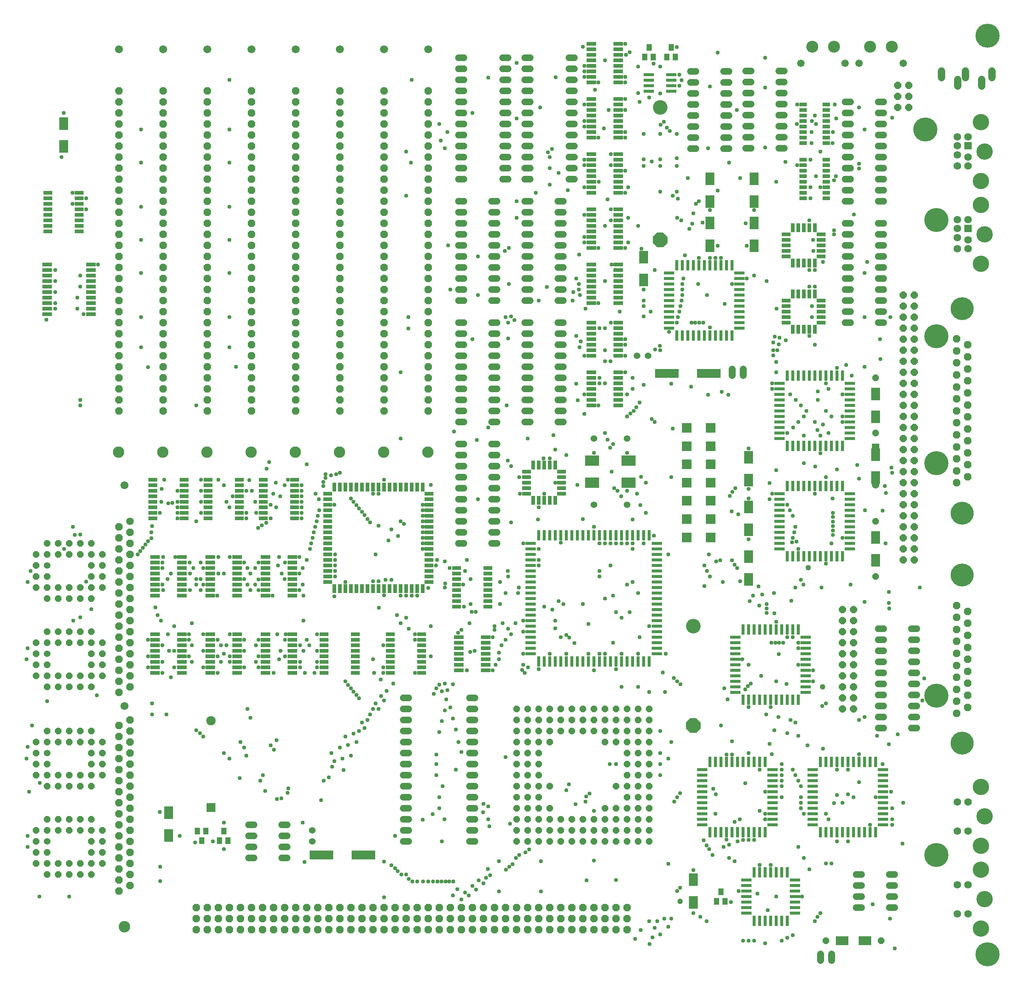
<source format=gts>
G04 EAGLE Gerber RS-274X export*
G75*
%MOMM*%
%FSLAX34Y34*%
%LPD*%
%INSoldermask Top*%
%IPPOS*%
%AMOC8*
5,1,8,0,0,1.08239X$1,22.5*%
G01*
%ADD10C,1.703200*%
%ADD11P,1.869504X8X112.500000*%
%ADD12C,2.616200*%
%ADD13C,1.828800*%
%ADD14R,2.235200X0.863600*%
%ADD15C,1.727200*%
%ADD16C,2.641600*%
%ADD17R,2.113200X0.843200*%
%ADD18R,2.003200X0.963200*%
%ADD19R,0.963200X2.003200*%
%ADD20C,1.524000*%
%ADD21P,1.649562X8X202.500000*%
%ADD22C,1.524000*%
%ADD23R,0.803200X2.403200*%
%ADD24R,2.403200X0.803200*%
%ADD25P,1.759533X8X292.500000*%
%ADD26P,1.759533X8X112.500000*%
%ADD27R,1.203200X1.603200*%
%ADD28C,2.153200*%
%ADD29R,2.153200X2.153200*%
%ADD30P,1.869504X8X292.500000*%
%ADD31C,5.283200*%
%ADD32P,1.649562X8X22.500000*%
%ADD33P,1.649562X8X292.500000*%
%ADD34R,1.711200X1.711200*%
%ADD35C,1.711200*%
%ADD36P,1.649562X8X112.500000*%
%ADD37R,2.303200X2.303200*%
%ADD38R,1.727200X0.838200*%
%ADD39R,2.003200X2.953200*%
%ADD40C,3.352800*%
%ADD41P,3.629037X8X292.500000*%
%ADD42C,2.743200*%
%ADD43C,1.625600*%
%ADD44C,5.537200*%
%ADD45R,5.537200X2.133600*%
%ADD46R,2.953200X2.003200*%
%ADD47C,1.711200*%
%ADD48R,3.251200X2.387600*%
%ADD49C,3.759200*%
%ADD50R,1.727200X1.727200*%
%ADD51C,0.959600*%
%ADD52C,1.259600*%


D10*
X1930400Y2108200D03*
X2032000Y2108200D03*
X1898650Y2108200D03*
X1797050Y2108200D03*
D11*
X939800Y2044700D03*
X939800Y2019300D03*
X939800Y1993900D03*
X939800Y1968500D03*
X939800Y1943100D03*
X939800Y1917700D03*
X939800Y1892300D03*
X939800Y1866900D03*
X939800Y1841500D03*
X939800Y1816100D03*
X939800Y1790700D03*
X939800Y1765300D03*
X939800Y1739900D03*
X939800Y1714500D03*
X939800Y1689100D03*
X939800Y1663700D03*
X939800Y1638300D03*
X939800Y1612900D03*
X939800Y1587500D03*
X939800Y1562100D03*
X939800Y1536700D03*
X939800Y1511300D03*
X939800Y1485900D03*
X939800Y1460500D03*
X939800Y1435100D03*
X939800Y1409700D03*
X939800Y1384300D03*
X939800Y1358900D03*
X939800Y1333500D03*
X939800Y1308100D03*
D12*
X939546Y1212850D03*
D13*
X939800Y2139950D03*
D11*
X838200Y2044700D03*
X838200Y2019300D03*
X838200Y1993900D03*
X838200Y1968500D03*
X838200Y1943100D03*
X838200Y1917700D03*
X838200Y1892300D03*
X838200Y1866900D03*
X838200Y1841500D03*
X838200Y1816100D03*
X838200Y1790700D03*
X838200Y1765300D03*
X838200Y1739900D03*
X838200Y1714500D03*
X838200Y1689100D03*
X838200Y1663700D03*
X838200Y1638300D03*
X838200Y1612900D03*
X838200Y1587500D03*
X838200Y1562100D03*
X838200Y1536700D03*
X838200Y1511300D03*
X838200Y1485900D03*
X838200Y1460500D03*
X838200Y1435100D03*
X838200Y1409700D03*
X838200Y1384300D03*
X838200Y1358900D03*
X838200Y1333500D03*
X838200Y1308100D03*
D12*
X837946Y1212850D03*
D13*
X838200Y2139950D03*
D11*
X736600Y2044700D03*
X736600Y2019300D03*
X736600Y1993900D03*
X736600Y1968500D03*
X736600Y1943100D03*
X736600Y1917700D03*
X736600Y1892300D03*
X736600Y1866900D03*
X736600Y1841500D03*
X736600Y1816100D03*
X736600Y1790700D03*
X736600Y1765300D03*
X736600Y1739900D03*
X736600Y1714500D03*
X736600Y1689100D03*
X736600Y1663700D03*
X736600Y1638300D03*
X736600Y1612900D03*
X736600Y1587500D03*
X736600Y1562100D03*
X736600Y1536700D03*
X736600Y1511300D03*
X736600Y1485900D03*
X736600Y1460500D03*
X736600Y1435100D03*
X736600Y1409700D03*
X736600Y1384300D03*
X736600Y1358900D03*
X736600Y1333500D03*
X736600Y1308100D03*
D12*
X736346Y1212850D03*
D13*
X736600Y2139950D03*
D11*
X635000Y2044700D03*
X635000Y2019300D03*
X635000Y1993900D03*
X635000Y1968500D03*
X635000Y1943100D03*
X635000Y1917700D03*
X635000Y1892300D03*
X635000Y1866900D03*
X635000Y1841500D03*
X635000Y1816100D03*
X635000Y1790700D03*
X635000Y1765300D03*
X635000Y1739900D03*
X635000Y1714500D03*
X635000Y1689100D03*
X635000Y1663700D03*
X635000Y1638300D03*
X635000Y1612900D03*
X635000Y1587500D03*
X635000Y1562100D03*
X635000Y1536700D03*
X635000Y1511300D03*
X635000Y1485900D03*
X635000Y1460500D03*
X635000Y1435100D03*
X635000Y1409700D03*
X635000Y1384300D03*
X635000Y1358900D03*
X635000Y1333500D03*
X635000Y1308100D03*
D12*
X634746Y1212850D03*
D13*
X635000Y2139950D03*
D11*
X533400Y2044700D03*
X533400Y2019300D03*
X533400Y1993900D03*
X533400Y1968500D03*
X533400Y1943100D03*
X533400Y1917700D03*
X533400Y1892300D03*
X533400Y1866900D03*
X533400Y1841500D03*
X533400Y1816100D03*
X533400Y1790700D03*
X533400Y1765300D03*
X533400Y1739900D03*
X533400Y1714500D03*
X533400Y1689100D03*
X533400Y1663700D03*
X533400Y1638300D03*
X533400Y1612900D03*
X533400Y1587500D03*
X533400Y1562100D03*
X533400Y1536700D03*
X533400Y1511300D03*
X533400Y1485900D03*
X533400Y1460500D03*
X533400Y1435100D03*
X533400Y1409700D03*
X533400Y1384300D03*
X533400Y1358900D03*
X533400Y1333500D03*
X533400Y1308100D03*
D12*
X533146Y1212850D03*
D13*
X533400Y2139950D03*
D11*
X431800Y2044700D03*
X431800Y2019300D03*
X431800Y1993900D03*
X431800Y1968500D03*
X431800Y1943100D03*
X431800Y1917700D03*
X431800Y1892300D03*
X431800Y1866900D03*
X431800Y1841500D03*
X431800Y1816100D03*
X431800Y1790700D03*
X431800Y1765300D03*
X431800Y1739900D03*
X431800Y1714500D03*
X431800Y1689100D03*
X431800Y1663700D03*
X431800Y1638300D03*
X431800Y1612900D03*
X431800Y1587500D03*
X431800Y1562100D03*
X431800Y1536700D03*
X431800Y1511300D03*
X431800Y1485900D03*
X431800Y1460500D03*
X431800Y1435100D03*
X431800Y1409700D03*
X431800Y1384300D03*
X431800Y1358900D03*
X431800Y1333500D03*
X431800Y1308100D03*
D12*
X431546Y1212850D03*
D13*
X431800Y2139950D03*
D11*
X330200Y2044700D03*
X330200Y2019300D03*
X330200Y1993900D03*
X330200Y1968500D03*
X330200Y1943100D03*
X330200Y1917700D03*
X330200Y1892300D03*
X330200Y1866900D03*
X330200Y1841500D03*
X330200Y1816100D03*
X330200Y1790700D03*
X330200Y1765300D03*
X330200Y1739900D03*
X330200Y1714500D03*
X330200Y1689100D03*
X330200Y1663700D03*
X330200Y1638300D03*
X330200Y1612900D03*
X330200Y1587500D03*
X330200Y1562100D03*
X330200Y1536700D03*
X330200Y1511300D03*
X330200Y1485900D03*
X330200Y1460500D03*
X330200Y1435100D03*
X330200Y1409700D03*
X330200Y1384300D03*
X330200Y1358900D03*
X330200Y1333500D03*
X330200Y1308100D03*
D12*
X329946Y1212850D03*
D13*
X330200Y2139950D03*
D11*
X228600Y2044700D03*
X228600Y2019300D03*
X228600Y1993900D03*
X228600Y1968500D03*
X228600Y1943100D03*
X228600Y1917700D03*
X228600Y1892300D03*
X228600Y1866900D03*
X228600Y1841500D03*
X228600Y1816100D03*
X228600Y1790700D03*
X228600Y1765300D03*
X228600Y1739900D03*
X228600Y1714500D03*
X228600Y1689100D03*
X228600Y1663700D03*
X228600Y1638300D03*
X228600Y1612900D03*
X228600Y1587500D03*
X228600Y1562100D03*
X228600Y1536700D03*
X228600Y1511300D03*
X228600Y1485900D03*
X228600Y1460500D03*
X228600Y1435100D03*
X228600Y1409700D03*
X228600Y1384300D03*
X228600Y1358900D03*
X228600Y1333500D03*
X228600Y1308100D03*
D12*
X228346Y1212850D03*
D13*
X228600Y2139950D03*
D14*
X164592Y1530350D03*
X164592Y1543050D03*
X164592Y1555750D03*
X164592Y1568450D03*
X164592Y1581150D03*
X164592Y1593850D03*
X164592Y1606550D03*
X164592Y1619250D03*
X64008Y1619250D03*
X64008Y1606550D03*
X64008Y1593850D03*
X64008Y1581150D03*
X64008Y1568450D03*
X64008Y1555750D03*
X64008Y1543050D03*
X64008Y1530350D03*
X164592Y1631950D03*
X164592Y1644650D03*
X64008Y1631950D03*
X64008Y1644650D03*
D11*
X406400Y114300D03*
X431800Y114300D03*
X457200Y114300D03*
X482600Y114300D03*
X508000Y114300D03*
X533400Y114300D03*
X558800Y114300D03*
X584200Y114300D03*
X609600Y114300D03*
X635000Y114300D03*
X660400Y114300D03*
X685800Y114300D03*
X711200Y114300D03*
X736600Y114300D03*
X762000Y114300D03*
X787400Y114300D03*
X406400Y139700D03*
X431800Y139700D03*
X457200Y139700D03*
X482600Y139700D03*
X508000Y139700D03*
X533400Y139700D03*
X558800Y139700D03*
X584200Y139700D03*
X609600Y139700D03*
X635000Y139700D03*
X660400Y139700D03*
X685800Y139700D03*
X711200Y139700D03*
X736600Y139700D03*
X762000Y139700D03*
X787400Y139700D03*
X406400Y165100D03*
X431800Y165100D03*
X457200Y165100D03*
X482600Y165100D03*
X508000Y165100D03*
X533400Y165100D03*
X558800Y165100D03*
X584200Y165100D03*
X609600Y165100D03*
X635000Y165100D03*
X660400Y165100D03*
X685800Y165100D03*
X711200Y165100D03*
X736600Y165100D03*
X762000Y165100D03*
X787400Y165100D03*
X812800Y114300D03*
X838200Y114300D03*
X863600Y114300D03*
X889000Y114300D03*
X914400Y114300D03*
X939800Y114300D03*
X965200Y114300D03*
X990600Y114300D03*
X1016000Y114300D03*
X1041400Y114300D03*
X1066800Y114300D03*
X1092200Y114300D03*
X1117600Y114300D03*
X1143000Y114300D03*
X1168400Y114300D03*
X1193800Y114300D03*
X812800Y139700D03*
X838200Y139700D03*
X863600Y139700D03*
X889000Y139700D03*
X914400Y139700D03*
X939800Y139700D03*
X965200Y139700D03*
X990600Y139700D03*
X1016000Y139700D03*
X1041400Y139700D03*
X1066800Y139700D03*
X1092200Y139700D03*
X1117600Y139700D03*
X1143000Y139700D03*
X1168400Y139700D03*
X1193800Y139700D03*
X812800Y165100D03*
X838200Y165100D03*
X863600Y165100D03*
X889000Y165100D03*
X914400Y165100D03*
X939800Y165100D03*
X965200Y165100D03*
X990600Y165100D03*
X1016000Y165100D03*
X1041400Y165100D03*
X1066800Y165100D03*
X1092200Y165100D03*
X1117600Y165100D03*
X1143000Y165100D03*
X1168400Y165100D03*
X1193800Y165100D03*
X1219200Y114300D03*
X1244600Y114300D03*
X1270000Y114300D03*
X1295400Y114300D03*
X1219200Y139700D03*
X1244600Y139700D03*
X1270000Y139700D03*
X1295400Y139700D03*
X1219200Y165100D03*
X1244600Y165100D03*
X1270000Y165100D03*
X1295400Y165100D03*
X1320800Y114300D03*
X1346200Y114300D03*
X1371600Y114300D03*
X1397000Y114300D03*
X1320800Y139700D03*
X1346200Y139700D03*
X1371600Y139700D03*
X1397000Y139700D03*
X1320800Y165100D03*
X1346200Y165100D03*
X1371600Y165100D03*
X1397000Y165100D03*
D15*
X254000Y1054100D03*
D11*
X228600Y1041400D03*
X254000Y1028700D03*
X228600Y1016000D03*
X254000Y1003300D03*
X228600Y990600D03*
X254000Y977900D03*
X228600Y965200D03*
X254000Y952500D03*
X228600Y939800D03*
X254000Y927100D03*
X228600Y914400D03*
X254000Y901700D03*
X228600Y889000D03*
X254000Y876300D03*
X228600Y863600D03*
X254000Y850900D03*
X228600Y838200D03*
X254000Y825500D03*
X228600Y812800D03*
X254000Y800100D03*
X228600Y787400D03*
X254000Y774700D03*
X228600Y762000D03*
X254000Y749300D03*
X228600Y736600D03*
X254000Y723900D03*
X228600Y711200D03*
X254000Y698500D03*
X228600Y685800D03*
X254000Y673100D03*
X228600Y660400D03*
X254000Y596900D03*
X228600Y584200D03*
X254000Y571500D03*
X228600Y558800D03*
X254000Y546100D03*
X228600Y533400D03*
X254000Y520700D03*
X228600Y508000D03*
X254000Y495300D03*
X228600Y482600D03*
X254000Y469900D03*
X228600Y457200D03*
X254000Y444500D03*
X228600Y431800D03*
X254000Y419100D03*
X228600Y406400D03*
X254000Y393700D03*
X228600Y381000D03*
X254000Y368300D03*
X228600Y355600D03*
X254000Y342900D03*
X228600Y330200D03*
X254000Y317500D03*
X228600Y304800D03*
X254000Y292100D03*
X228600Y279400D03*
X254000Y266700D03*
X228600Y254000D03*
X254000Y241300D03*
X228600Y228600D03*
X254000Y215900D03*
X228600Y203200D03*
D16*
X241300Y120650D03*
D13*
X241300Y1136650D03*
X241300Y628650D03*
D17*
X137800Y1720850D03*
X137800Y1733550D03*
X137800Y1746250D03*
X137800Y1758950D03*
X137800Y1771650D03*
X137800Y1784350D03*
X137800Y1797050D03*
X137800Y1809750D03*
X65400Y1809750D03*
X65400Y1797050D03*
X65400Y1784350D03*
X65400Y1771650D03*
X65400Y1758950D03*
X65400Y1746250D03*
X65400Y1733550D03*
X65400Y1720850D03*
X379100Y1060450D03*
X379100Y1073150D03*
X379100Y1085850D03*
X379100Y1098550D03*
X379100Y1111250D03*
X379100Y1123950D03*
X379100Y1136650D03*
X379100Y1149350D03*
X306700Y1149350D03*
X306700Y1136650D03*
X306700Y1123950D03*
X306700Y1111250D03*
X306700Y1098550D03*
X306700Y1085850D03*
X306700Y1073150D03*
X306700Y1060450D03*
X506100Y1060450D03*
X506100Y1073150D03*
X506100Y1085850D03*
X506100Y1098550D03*
X506100Y1111250D03*
X506100Y1123950D03*
X506100Y1136650D03*
X506100Y1149350D03*
X433700Y1149350D03*
X433700Y1136650D03*
X433700Y1123950D03*
X433700Y1111250D03*
X433700Y1098550D03*
X433700Y1085850D03*
X433700Y1073150D03*
X433700Y1060450D03*
X633100Y1060450D03*
X633100Y1073150D03*
X633100Y1085850D03*
X633100Y1098550D03*
X633100Y1111250D03*
X633100Y1123950D03*
X633100Y1136650D03*
X633100Y1149350D03*
X560700Y1149350D03*
X560700Y1136650D03*
X560700Y1123950D03*
X560700Y1111250D03*
X560700Y1098550D03*
X560700Y1085850D03*
X560700Y1073150D03*
X560700Y1060450D03*
D18*
X1247000Y1117600D03*
X1247000Y1130300D03*
X1247000Y1143000D03*
X1247000Y1155700D03*
X1247000Y1168400D03*
X1166000Y1117600D03*
X1166000Y1130300D03*
X1166000Y1143000D03*
X1166000Y1155700D03*
X1166000Y1168400D03*
D19*
X1181100Y1183500D03*
X1193800Y1183500D03*
X1206500Y1183500D03*
X1219200Y1183500D03*
X1231900Y1183500D03*
X1231900Y1102500D03*
X1219200Y1102500D03*
X1206500Y1102500D03*
X1193800Y1102500D03*
X1181100Y1102500D03*
D14*
X373634Y882650D03*
X312166Y882650D03*
X373634Y895350D03*
X373634Y908050D03*
X312166Y895350D03*
X312166Y908050D03*
X373634Y920750D03*
X312166Y920750D03*
X373634Y933450D03*
X312166Y933450D03*
X373634Y946150D03*
X373634Y958850D03*
X312166Y946150D03*
X312166Y958850D03*
X373634Y971550D03*
X312166Y971550D03*
X500634Y882650D03*
X439166Y882650D03*
X500634Y895350D03*
X500634Y908050D03*
X439166Y895350D03*
X439166Y908050D03*
X500634Y920750D03*
X439166Y920750D03*
X500634Y933450D03*
X439166Y933450D03*
X500634Y946150D03*
X500634Y958850D03*
X439166Y946150D03*
X439166Y958850D03*
X500634Y971550D03*
X439166Y971550D03*
X627634Y882650D03*
X566166Y882650D03*
X627634Y895350D03*
X627634Y908050D03*
X566166Y895350D03*
X566166Y908050D03*
X627634Y920750D03*
X566166Y920750D03*
X627634Y933450D03*
X566166Y933450D03*
X627634Y946150D03*
X627634Y958850D03*
X566166Y946150D03*
X566166Y958850D03*
X627634Y971550D03*
X566166Y971550D03*
D19*
X774700Y899300D03*
X787400Y899300D03*
X800100Y899300D03*
X812800Y899300D03*
X825500Y899300D03*
X838200Y899300D03*
X850900Y899300D03*
X800100Y1132700D03*
X812800Y1132700D03*
X825500Y1132700D03*
X838200Y1132700D03*
X850900Y1132700D03*
X863600Y1132700D03*
X876300Y1132700D03*
D18*
X708800Y914400D03*
X708800Y990600D03*
X708800Y1003300D03*
X708800Y1016000D03*
X708800Y1028700D03*
X708800Y1041400D03*
X708800Y1054100D03*
X942200Y914400D03*
X942200Y990600D03*
X942200Y1003300D03*
X942200Y1016000D03*
X942200Y1028700D03*
X942200Y1041400D03*
X942200Y1054100D03*
D19*
X863600Y899300D03*
X876300Y899300D03*
X787400Y1132700D03*
X774700Y1132700D03*
X889000Y1132700D03*
D18*
X942200Y1066800D03*
X942200Y1079500D03*
X942200Y977900D03*
X942200Y965200D03*
D19*
X889000Y899300D03*
D18*
X708800Y977900D03*
X708800Y965200D03*
X708800Y1066800D03*
X708800Y1079500D03*
D19*
X762000Y1132700D03*
X762000Y899300D03*
D18*
X942200Y952500D03*
X942200Y939800D03*
X942200Y927100D03*
D19*
X901700Y899300D03*
X914400Y899300D03*
X927100Y899300D03*
X749300Y899300D03*
X736600Y899300D03*
X723900Y899300D03*
D18*
X708800Y952500D03*
X708800Y939800D03*
X708800Y927100D03*
D19*
X749300Y1132700D03*
X736600Y1132700D03*
X723900Y1132700D03*
D18*
X708800Y1092200D03*
X708800Y1104900D03*
X708800Y1117600D03*
D19*
X901700Y1132700D03*
X914400Y1132700D03*
X927100Y1132700D03*
D18*
X942200Y1092200D03*
X942200Y1104900D03*
X942200Y1117600D03*
D20*
X1085596Y1003300D02*
X1098804Y1003300D01*
X1098804Y1028700D02*
X1085596Y1028700D01*
X1085596Y1155700D02*
X1098804Y1155700D01*
X1098804Y1181100D02*
X1085596Y1181100D01*
X1085596Y1054100D02*
X1098804Y1054100D01*
X1098804Y1079500D02*
X1085596Y1079500D01*
X1085596Y1130300D02*
X1098804Y1130300D01*
X1098804Y1104900D02*
X1085596Y1104900D01*
X1085596Y1206500D02*
X1098804Y1206500D01*
X1098804Y1231900D02*
X1085596Y1231900D01*
X1022604Y1231900D02*
X1009396Y1231900D01*
X1009396Y1206500D02*
X1022604Y1206500D01*
X1022604Y1181100D02*
X1009396Y1181100D01*
X1009396Y1155700D02*
X1022604Y1155700D01*
X1022604Y1130300D02*
X1009396Y1130300D01*
X1009396Y1104900D02*
X1022604Y1104900D01*
X1022604Y1079500D02*
X1009396Y1079500D01*
X1009396Y1054100D02*
X1022604Y1054100D01*
X1022604Y1028700D02*
X1009396Y1028700D01*
X1009396Y1003300D02*
X1022604Y1003300D01*
D14*
X373634Y704850D03*
X312166Y704850D03*
X373634Y717550D03*
X373634Y730250D03*
X312166Y717550D03*
X312166Y730250D03*
X373634Y742950D03*
X312166Y742950D03*
X373634Y755650D03*
X312166Y755650D03*
X373634Y768350D03*
X373634Y781050D03*
X312166Y768350D03*
X312166Y781050D03*
X373634Y793750D03*
X312166Y793750D03*
X500634Y704850D03*
X439166Y704850D03*
X500634Y717550D03*
X500634Y730250D03*
X439166Y717550D03*
X439166Y730250D03*
X500634Y742950D03*
X439166Y742950D03*
X500634Y755650D03*
X439166Y755650D03*
X500634Y768350D03*
X500634Y781050D03*
X439166Y768350D03*
X439166Y781050D03*
X500634Y793750D03*
X439166Y793750D03*
X627634Y704850D03*
X566166Y704850D03*
X627634Y717550D03*
X627634Y730250D03*
X566166Y717550D03*
X566166Y730250D03*
X627634Y742950D03*
X566166Y742950D03*
X627634Y755650D03*
X566166Y755650D03*
X627634Y768350D03*
X627634Y781050D03*
X566166Y768350D03*
X566166Y781050D03*
X627634Y793750D03*
X566166Y793750D03*
D21*
X1447800Y317500D03*
X1422400Y317500D03*
X1397000Y317500D03*
X1371600Y317500D03*
X1346200Y317500D03*
X1320800Y317500D03*
X1295400Y317500D03*
X1270000Y317500D03*
X1244600Y317500D03*
X1219200Y317500D03*
X1193800Y317500D03*
X1168400Y317500D03*
X1143000Y317500D03*
X1143000Y342900D03*
X1447800Y596900D03*
X1447800Y571500D03*
X1447800Y546100D03*
X1447800Y520700D03*
X1447800Y495300D03*
X1447800Y469900D03*
X1447800Y444500D03*
X1447800Y419100D03*
X1447800Y393700D03*
X1447800Y342900D03*
X1422400Y342900D03*
X1397000Y342900D03*
X1371600Y342900D03*
X1346200Y342900D03*
X1320800Y342900D03*
X1295400Y342900D03*
X1270000Y342900D03*
X1244600Y342900D03*
X1219200Y342900D03*
X1193800Y342900D03*
X1168400Y342900D03*
X1143000Y393700D03*
X1143000Y419100D03*
X1143000Y444500D03*
X1143000Y469900D03*
X1143000Y495300D03*
X1143000Y520700D03*
X1143000Y546100D03*
X1143000Y571500D03*
X1143000Y596900D03*
X1422400Y596900D03*
X1422400Y571500D03*
X1422400Y546100D03*
X1422400Y520700D03*
X1422400Y495300D03*
X1422400Y469900D03*
X1422400Y444500D03*
X1422400Y419100D03*
X1422400Y393700D03*
X1422400Y622300D03*
X1143000Y622300D03*
X1168400Y622300D03*
X1193800Y622300D03*
X1219200Y622300D03*
X1244600Y622300D03*
X1270000Y622300D03*
X1295400Y622300D03*
X1320800Y622300D03*
X1346200Y622300D03*
X1371600Y622300D03*
X1397000Y622300D03*
X1143000Y368300D03*
X1447800Y368300D03*
X1168400Y368300D03*
X1193800Y368300D03*
X1219200Y368300D03*
X1244600Y368300D03*
X1270000Y368300D03*
X1295400Y368300D03*
X1320800Y368300D03*
X1346200Y368300D03*
X1371600Y368300D03*
X1397000Y368300D03*
X1422400Y368300D03*
X1447800Y622300D03*
X1397000Y596900D03*
X1397000Y571500D03*
X1397000Y546100D03*
X1397000Y520700D03*
X1397000Y495300D03*
X1397000Y469900D03*
X1397000Y444500D03*
X1397000Y419100D03*
X1397000Y393700D03*
X1168400Y596900D03*
X1168400Y571500D03*
X1168400Y546100D03*
X1168400Y520700D03*
X1168400Y495300D03*
X1168400Y469900D03*
X1168400Y444500D03*
X1168400Y419100D03*
X1168400Y393700D03*
X1371600Y596900D03*
X1346200Y596900D03*
X1320800Y596900D03*
X1295400Y596900D03*
X1270000Y596900D03*
X1244600Y596900D03*
X1219200Y596900D03*
X1193800Y596900D03*
X1193800Y571500D03*
X1219200Y571500D03*
X1244600Y571500D03*
X1270000Y571500D03*
X1295400Y571500D03*
X1320800Y571500D03*
X1346200Y571500D03*
X1371600Y571500D03*
X1193800Y469900D03*
X1193800Y546100D03*
X1193800Y520700D03*
X1193800Y495300D03*
X1193800Y444500D03*
X1193800Y419100D03*
X1193800Y393700D03*
X1219200Y393700D03*
X1219200Y546100D03*
X1371600Y546100D03*
X1371600Y393700D03*
X1346200Y393700D03*
X1219200Y444500D03*
X1346200Y546100D03*
X1371600Y444500D03*
D22*
X1397000Y1092200D03*
X1397000Y1244600D03*
X1320800Y1244600D03*
X1320800Y1092200D03*
X673100Y342900D03*
X673100Y317500D03*
D23*
X1320800Y1021300D03*
X1308100Y1021300D03*
X1295400Y1021300D03*
X1282700Y1021300D03*
X1270000Y1021300D03*
X1257300Y1021300D03*
X1244600Y1021300D03*
X1231900Y1021300D03*
X1219200Y1021300D03*
X1206500Y1021300D03*
X1193800Y1021300D03*
D24*
X1175800Y1003300D03*
X1175800Y990600D03*
X1175800Y977900D03*
X1175800Y965200D03*
X1175800Y952500D03*
X1175800Y939800D03*
X1175800Y927100D03*
X1175800Y914400D03*
X1175800Y901700D03*
X1175800Y889000D03*
X1175800Y876300D03*
X1175800Y863600D03*
X1175800Y850900D03*
X1175800Y838200D03*
X1175800Y825500D03*
X1175800Y812800D03*
X1175800Y800100D03*
X1175800Y787400D03*
X1175800Y774700D03*
X1175800Y762000D03*
X1175800Y749300D03*
D23*
X1193800Y731300D03*
X1206500Y731300D03*
X1219200Y731300D03*
X1231900Y731300D03*
X1244600Y731300D03*
X1257300Y731300D03*
X1270000Y731300D03*
X1282700Y731300D03*
X1295400Y731300D03*
X1308100Y731300D03*
X1320800Y731300D03*
X1333500Y731300D03*
X1346200Y731300D03*
X1358900Y731300D03*
X1371600Y731300D03*
X1384300Y731300D03*
X1397000Y731300D03*
X1409700Y731300D03*
X1422400Y731300D03*
X1435100Y731300D03*
X1447800Y731300D03*
D24*
X1465800Y749300D03*
X1465800Y762000D03*
X1465800Y774700D03*
X1465800Y787400D03*
X1465800Y800100D03*
X1465800Y812800D03*
X1465800Y825500D03*
X1465800Y838200D03*
X1465800Y850900D03*
X1465800Y863600D03*
X1465800Y876300D03*
X1465800Y889000D03*
X1465800Y901700D03*
X1465800Y914400D03*
X1465800Y927100D03*
X1465800Y939800D03*
X1465800Y952500D03*
X1465800Y965200D03*
X1465800Y977900D03*
X1465800Y990600D03*
X1465800Y1003300D03*
D23*
X1447800Y1021300D03*
X1435100Y1021300D03*
X1422400Y1021300D03*
X1409700Y1021300D03*
X1397000Y1021300D03*
X1384300Y1021300D03*
X1371600Y1021300D03*
X1358900Y1021300D03*
X1346200Y1021300D03*
X1333500Y1021300D03*
X1727200Y246500D03*
X1714500Y246500D03*
X1701800Y246500D03*
X1689100Y246500D03*
D24*
X1671200Y228600D03*
X1671200Y215900D03*
X1671200Y203200D03*
X1671200Y190500D03*
X1671200Y177800D03*
X1671200Y165100D03*
X1671200Y152400D03*
D23*
X1689100Y134500D03*
X1701800Y134500D03*
X1714500Y134500D03*
X1727200Y134500D03*
X1739900Y134500D03*
X1752600Y134500D03*
X1765300Y134500D03*
D24*
X1783200Y152400D03*
X1783200Y165100D03*
X1783200Y177800D03*
X1783200Y190500D03*
X1783200Y203200D03*
X1783200Y215900D03*
X1783200Y228600D03*
D23*
X1765300Y246500D03*
X1752600Y246500D03*
X1739900Y246500D03*
D20*
X616204Y279400D02*
X602996Y279400D01*
X602996Y304800D02*
X616204Y304800D01*
X616204Y330200D02*
X602996Y330200D01*
X602996Y355600D02*
X616204Y355600D01*
X540004Y355600D02*
X526796Y355600D01*
X526796Y330200D02*
X540004Y330200D01*
X540004Y304800D02*
X526796Y304800D01*
X526796Y279400D02*
X540004Y279400D01*
X1237996Y1282700D02*
X1251204Y1282700D01*
X1251204Y1308100D02*
X1237996Y1308100D01*
X1237996Y1435100D02*
X1251204Y1435100D01*
X1251204Y1460500D02*
X1237996Y1460500D01*
X1237996Y1333500D02*
X1251204Y1333500D01*
X1251204Y1358900D02*
X1237996Y1358900D01*
X1237996Y1409700D02*
X1251204Y1409700D01*
X1251204Y1384300D02*
X1237996Y1384300D01*
X1237996Y1485900D02*
X1251204Y1485900D01*
X1251204Y1511300D02*
X1237996Y1511300D01*
X1175004Y1511300D02*
X1161796Y1511300D01*
X1161796Y1485900D02*
X1175004Y1485900D01*
X1175004Y1460500D02*
X1161796Y1460500D01*
X1161796Y1435100D02*
X1175004Y1435100D01*
X1175004Y1409700D02*
X1161796Y1409700D01*
X1161796Y1384300D02*
X1175004Y1384300D01*
X1175004Y1358900D02*
X1161796Y1358900D01*
X1161796Y1333500D02*
X1175004Y1333500D01*
X1175004Y1308100D02*
X1161796Y1308100D01*
X1161796Y1282700D02*
X1175004Y1282700D01*
X1098804Y1282700D02*
X1085596Y1282700D01*
X1085596Y1308100D02*
X1098804Y1308100D01*
X1098804Y1435100D02*
X1085596Y1435100D01*
X1085596Y1460500D02*
X1098804Y1460500D01*
X1098804Y1333500D02*
X1085596Y1333500D01*
X1085596Y1358900D02*
X1098804Y1358900D01*
X1098804Y1409700D02*
X1085596Y1409700D01*
X1085596Y1384300D02*
X1098804Y1384300D01*
X1098804Y1485900D02*
X1085596Y1485900D01*
X1085596Y1511300D02*
X1098804Y1511300D01*
X1022604Y1511300D02*
X1009396Y1511300D01*
X1009396Y1485900D02*
X1022604Y1485900D01*
X1022604Y1460500D02*
X1009396Y1460500D01*
X1009396Y1435100D02*
X1022604Y1435100D01*
X1022604Y1409700D02*
X1009396Y1409700D01*
X1009396Y1384300D02*
X1022604Y1384300D01*
X1022604Y1358900D02*
X1009396Y1358900D01*
X1009396Y1333500D02*
X1022604Y1333500D01*
X1022604Y1308100D02*
X1009396Y1308100D01*
X1009396Y1282700D02*
X1022604Y1282700D01*
X1237996Y1562100D02*
X1251204Y1562100D01*
X1251204Y1587500D02*
X1237996Y1587500D01*
X1237996Y1714500D02*
X1251204Y1714500D01*
X1251204Y1739900D02*
X1237996Y1739900D01*
X1237996Y1612900D02*
X1251204Y1612900D01*
X1251204Y1638300D02*
X1237996Y1638300D01*
X1237996Y1689100D02*
X1251204Y1689100D01*
X1251204Y1663700D02*
X1237996Y1663700D01*
X1237996Y1765300D02*
X1251204Y1765300D01*
X1251204Y1790700D02*
X1237996Y1790700D01*
X1175004Y1790700D02*
X1161796Y1790700D01*
X1161796Y1765300D02*
X1175004Y1765300D01*
X1175004Y1739900D02*
X1161796Y1739900D01*
X1161796Y1714500D02*
X1175004Y1714500D01*
X1175004Y1689100D02*
X1161796Y1689100D01*
X1161796Y1663700D02*
X1175004Y1663700D01*
X1175004Y1638300D02*
X1161796Y1638300D01*
X1161796Y1612900D02*
X1175004Y1612900D01*
X1175004Y1587500D02*
X1161796Y1587500D01*
X1161796Y1562100D02*
X1175004Y1562100D01*
X1098804Y1562100D02*
X1085596Y1562100D01*
X1085596Y1587500D02*
X1098804Y1587500D01*
X1098804Y1714500D02*
X1085596Y1714500D01*
X1085596Y1739900D02*
X1098804Y1739900D01*
X1098804Y1612900D02*
X1085596Y1612900D01*
X1085596Y1638300D02*
X1098804Y1638300D01*
X1098804Y1689100D02*
X1085596Y1689100D01*
X1085596Y1663700D02*
X1098804Y1663700D01*
X1098804Y1765300D02*
X1085596Y1765300D01*
X1085596Y1790700D02*
X1098804Y1790700D01*
X1022604Y1790700D02*
X1009396Y1790700D01*
X1009396Y1765300D02*
X1022604Y1765300D01*
X1022604Y1739900D02*
X1009396Y1739900D01*
X1009396Y1714500D02*
X1022604Y1714500D01*
X1022604Y1689100D02*
X1009396Y1689100D01*
X1009396Y1663700D02*
X1022604Y1663700D01*
X1022604Y1638300D02*
X1009396Y1638300D01*
X1009396Y1612900D02*
X1022604Y1612900D01*
X1022604Y1587500D02*
X1009396Y1587500D01*
X1009396Y1562100D02*
X1022604Y1562100D01*
X1034796Y317500D02*
X1048004Y317500D01*
X1048004Y342900D02*
X1034796Y342900D01*
X1034796Y368300D02*
X1048004Y368300D01*
X1048004Y393700D02*
X1034796Y393700D01*
X1034796Y419100D02*
X1048004Y419100D01*
X1048004Y444500D02*
X1034796Y444500D01*
X1034796Y469900D02*
X1048004Y469900D01*
X1048004Y495300D02*
X1034796Y495300D01*
X1034796Y520700D02*
X1048004Y520700D01*
X1048004Y546100D02*
X1034796Y546100D01*
X1034796Y571500D02*
X1048004Y571500D01*
X1048004Y596900D02*
X1034796Y596900D01*
X1034796Y622300D02*
X1048004Y622300D01*
X1048004Y647700D02*
X1034796Y647700D01*
X895604Y647700D02*
X882396Y647700D01*
X882396Y622300D02*
X895604Y622300D01*
X895604Y596900D02*
X882396Y596900D01*
X882396Y571500D02*
X895604Y571500D01*
X895604Y546100D02*
X882396Y546100D01*
X882396Y520700D02*
X895604Y520700D01*
X895604Y495300D02*
X882396Y495300D01*
X882396Y469900D02*
X895604Y469900D01*
X895604Y444500D02*
X882396Y444500D01*
X882396Y419100D02*
X895604Y419100D01*
X895604Y393700D02*
X882396Y393700D01*
X882396Y368300D02*
X895604Y368300D01*
X895604Y342900D02*
X882396Y342900D01*
X882396Y317500D02*
X895604Y317500D01*
D14*
X1072134Y711200D03*
X1010666Y711200D03*
X1072134Y723900D03*
X1072134Y736600D03*
X1010666Y723900D03*
X1010666Y736600D03*
X1072134Y749300D03*
X1010666Y749300D03*
X1072134Y762000D03*
X1072134Y774700D03*
X1010666Y762000D03*
X1010666Y774700D03*
X1072134Y787400D03*
X1010666Y787400D03*
X1376934Y1682750D03*
X1315466Y1682750D03*
X1376934Y1695450D03*
X1376934Y1708150D03*
X1315466Y1695450D03*
X1315466Y1708150D03*
X1376934Y1720850D03*
X1315466Y1720850D03*
X1376934Y1733550D03*
X1315466Y1733550D03*
X1376934Y1746250D03*
X1376934Y1758950D03*
X1315466Y1746250D03*
X1315466Y1758950D03*
X1376934Y1771650D03*
X1315466Y1771650D03*
X1376934Y1809750D03*
X1315466Y1809750D03*
X1376934Y1822450D03*
X1376934Y1835150D03*
X1315466Y1822450D03*
X1315466Y1835150D03*
X1376934Y1847850D03*
X1315466Y1847850D03*
X1376934Y1860550D03*
X1315466Y1860550D03*
X1376934Y1873250D03*
X1376934Y1885950D03*
X1315466Y1873250D03*
X1315466Y1885950D03*
X1376934Y1898650D03*
X1315466Y1898650D03*
X1376934Y1936750D03*
X1315466Y1936750D03*
X1376934Y1949450D03*
X1376934Y1962150D03*
X1315466Y1949450D03*
X1315466Y1962150D03*
X1376934Y1974850D03*
X1315466Y1974850D03*
X1376934Y1987550D03*
X1315466Y1987550D03*
X1376934Y2000250D03*
X1376934Y2012950D03*
X1315466Y2000250D03*
X1315466Y2012950D03*
X1376934Y2025650D03*
X1315466Y2025650D03*
X1376934Y2063750D03*
X1315466Y2063750D03*
X1376934Y2076450D03*
X1376934Y2089150D03*
X1315466Y2076450D03*
X1315466Y2089150D03*
X1376934Y2101850D03*
X1315466Y2101850D03*
X1376934Y2114550D03*
X1315466Y2114550D03*
X1376934Y2127250D03*
X1376934Y2139950D03*
X1315466Y2127250D03*
X1315466Y2139950D03*
X1376934Y2152650D03*
X1315466Y2152650D03*
X1376934Y1320800D03*
X1315466Y1320800D03*
X1376934Y1333500D03*
X1376934Y1346200D03*
X1315466Y1333500D03*
X1315466Y1346200D03*
X1376934Y1358900D03*
X1315466Y1358900D03*
X1376934Y1371600D03*
X1376934Y1384300D03*
X1315466Y1371600D03*
X1315466Y1384300D03*
X1376934Y1397000D03*
X1315466Y1397000D03*
X1376934Y1435100D03*
X1315466Y1435100D03*
X1376934Y1447800D03*
X1376934Y1460500D03*
X1315466Y1447800D03*
X1315466Y1460500D03*
X1376934Y1473200D03*
X1315466Y1473200D03*
X1376934Y1485900D03*
X1376934Y1498600D03*
X1315466Y1485900D03*
X1315466Y1498600D03*
X1376934Y1511300D03*
X1315466Y1511300D03*
X1376934Y1555750D03*
X1315466Y1555750D03*
X1376934Y1568450D03*
X1376934Y1581150D03*
X1315466Y1568450D03*
X1315466Y1581150D03*
X1376934Y1593850D03*
X1315466Y1593850D03*
X1376934Y1606550D03*
X1315466Y1606550D03*
X1376934Y1619250D03*
X1376934Y1631950D03*
X1315466Y1619250D03*
X1315466Y1631950D03*
X1376934Y1644650D03*
X1315466Y1644650D03*
D24*
X1909800Y1054100D03*
X1909800Y1066800D03*
X1909800Y1079500D03*
X1909800Y1092200D03*
X1909800Y1104900D03*
X1909800Y1117600D03*
D23*
X1892300Y1135100D03*
X1879600Y1135100D03*
X1866900Y1135100D03*
X1854200Y1135100D03*
X1841500Y1135100D03*
X1828800Y1135100D03*
X1816100Y1135100D03*
X1803400Y1135100D03*
X1790700Y1135100D03*
X1778000Y1135100D03*
X1765300Y1135100D03*
D24*
X1747800Y1117600D03*
X1747800Y1104900D03*
X1747800Y1092200D03*
X1747800Y1079500D03*
X1747800Y1066800D03*
X1747800Y1054100D03*
X1747800Y1041400D03*
X1747800Y1028700D03*
X1747800Y1016000D03*
X1747800Y1003300D03*
X1747800Y990600D03*
D23*
X1765300Y973100D03*
X1778000Y973100D03*
X1790700Y973100D03*
X1803400Y973100D03*
X1816100Y973100D03*
X1828800Y973100D03*
X1841500Y973100D03*
X1854200Y973100D03*
X1866900Y973100D03*
X1879600Y973100D03*
X1892300Y973100D03*
D24*
X1909800Y990600D03*
X1909800Y1003300D03*
X1909800Y1016000D03*
X1909800Y1028700D03*
X1909800Y1041400D03*
X1808200Y723900D03*
X1808200Y736600D03*
X1808200Y749300D03*
X1808200Y762000D03*
X1808200Y774700D03*
X1808200Y787400D03*
D23*
X1790700Y804900D03*
X1778000Y804900D03*
X1765300Y804900D03*
X1752600Y804900D03*
X1739900Y804900D03*
X1727200Y804900D03*
X1714500Y804900D03*
X1701800Y804900D03*
X1689100Y804900D03*
X1676400Y804900D03*
X1663700Y804900D03*
D24*
X1646200Y787400D03*
X1646200Y774700D03*
X1646200Y762000D03*
X1646200Y749300D03*
X1646200Y736600D03*
X1646200Y723900D03*
X1646200Y711200D03*
X1646200Y698500D03*
X1646200Y685800D03*
X1646200Y673100D03*
X1646200Y660400D03*
D23*
X1663700Y642900D03*
X1676400Y642900D03*
X1689100Y642900D03*
X1701800Y642900D03*
X1714500Y642900D03*
X1727200Y642900D03*
X1739900Y642900D03*
X1752600Y642900D03*
X1765300Y642900D03*
X1778000Y642900D03*
X1790700Y642900D03*
D24*
X1808200Y660400D03*
X1808200Y673100D03*
X1808200Y685800D03*
X1808200Y698500D03*
X1808200Y711200D03*
D20*
X2050796Y603250D02*
X2064004Y603250D01*
X2064004Y628650D02*
X2050796Y628650D01*
X2050796Y755650D02*
X2064004Y755650D01*
X2064004Y781050D02*
X2050796Y781050D01*
X2050796Y654050D02*
X2064004Y654050D01*
X2064004Y679450D02*
X2050796Y679450D01*
X2050796Y730250D02*
X2064004Y730250D01*
X2064004Y704850D02*
X2050796Y704850D01*
X1987804Y781050D02*
X1974596Y781050D01*
X1974596Y755650D02*
X1987804Y755650D01*
X1987804Y730250D02*
X1974596Y730250D01*
X1974596Y704850D02*
X1987804Y704850D01*
X1987804Y679450D02*
X1974596Y679450D01*
X1974596Y654050D02*
X1987804Y654050D01*
X1987804Y628650D02*
X1974596Y628650D01*
X1974596Y603250D02*
X1987804Y603250D01*
D24*
X1747800Y1308100D03*
X1747800Y1295400D03*
X1747800Y1282700D03*
X1747800Y1270000D03*
X1747800Y1257300D03*
X1747800Y1244600D03*
D23*
X1765300Y1227100D03*
X1778000Y1227100D03*
X1790700Y1227100D03*
X1803400Y1227100D03*
X1816100Y1227100D03*
X1828800Y1227100D03*
X1841500Y1227100D03*
X1854200Y1227100D03*
X1866900Y1227100D03*
X1879600Y1227100D03*
X1892300Y1227100D03*
D24*
X1909800Y1244600D03*
X1909800Y1257300D03*
X1909800Y1270000D03*
X1909800Y1282700D03*
X1909800Y1295400D03*
X1909800Y1308100D03*
X1909800Y1320800D03*
X1909800Y1333500D03*
X1909800Y1346200D03*
X1909800Y1358900D03*
X1909800Y1371600D03*
D23*
X1892300Y1389100D03*
X1879600Y1389100D03*
X1866900Y1389100D03*
X1854200Y1389100D03*
X1841500Y1389100D03*
X1828800Y1389100D03*
X1816100Y1389100D03*
X1803400Y1389100D03*
X1790700Y1389100D03*
X1778000Y1389100D03*
X1765300Y1389100D03*
D24*
X1747800Y1371600D03*
X1747800Y1358900D03*
X1747800Y1346200D03*
X1747800Y1333500D03*
X1747800Y1320800D03*
X1493800Y1562100D03*
X1493800Y1549400D03*
X1493800Y1536700D03*
X1493800Y1524000D03*
X1493800Y1511300D03*
X1493800Y1498600D03*
D23*
X1511300Y1481100D03*
X1524000Y1481100D03*
X1536700Y1481100D03*
X1549400Y1481100D03*
X1562100Y1481100D03*
X1574800Y1481100D03*
X1587500Y1481100D03*
X1600200Y1481100D03*
X1612900Y1481100D03*
X1625600Y1481100D03*
X1638300Y1481100D03*
D24*
X1655800Y1498600D03*
X1655800Y1511300D03*
X1655800Y1524000D03*
X1655800Y1536700D03*
X1655800Y1549400D03*
X1655800Y1562100D03*
X1655800Y1574800D03*
X1655800Y1587500D03*
X1655800Y1600200D03*
X1655800Y1612900D03*
X1655800Y1625600D03*
D23*
X1638300Y1643100D03*
X1625600Y1643100D03*
X1612900Y1643100D03*
X1600200Y1643100D03*
X1587500Y1643100D03*
X1574800Y1643100D03*
X1562100Y1643100D03*
X1549400Y1643100D03*
X1536700Y1643100D03*
X1524000Y1643100D03*
X1511300Y1643100D03*
D24*
X1493800Y1625600D03*
X1493800Y1612900D03*
X1493800Y1600200D03*
X1493800Y1587500D03*
X1493800Y1574800D03*
D18*
X1843900Y1511300D03*
X1843900Y1524000D03*
X1843900Y1536700D03*
X1843900Y1549400D03*
X1843900Y1562100D03*
X1762900Y1511300D03*
X1762900Y1524000D03*
X1762900Y1536700D03*
X1762900Y1549400D03*
X1762900Y1562100D03*
D19*
X1778000Y1577200D03*
X1790700Y1577200D03*
X1803400Y1577200D03*
X1816100Y1577200D03*
X1828800Y1577200D03*
X1828800Y1496200D03*
X1816100Y1496200D03*
X1803400Y1496200D03*
X1790700Y1496200D03*
X1778000Y1496200D03*
D18*
X1843900Y1663700D03*
X1843900Y1676400D03*
X1843900Y1689100D03*
X1843900Y1701800D03*
X1843900Y1714500D03*
X1762900Y1663700D03*
X1762900Y1676400D03*
X1762900Y1689100D03*
X1762900Y1701800D03*
X1762900Y1714500D03*
D19*
X1778000Y1729600D03*
X1790700Y1729600D03*
X1803400Y1729600D03*
X1816100Y1729600D03*
X1828800Y1729600D03*
X1828800Y1648600D03*
X1816100Y1648600D03*
X1803400Y1648600D03*
X1790700Y1648600D03*
X1778000Y1648600D03*
D20*
X1759204Y1912620D02*
X1745996Y1912620D01*
X1745996Y1938020D02*
X1759204Y1938020D01*
X1759204Y2065020D02*
X1745996Y2065020D01*
X1745996Y2090420D02*
X1759204Y2090420D01*
X1759204Y1963420D02*
X1745996Y1963420D01*
X1745996Y1988820D02*
X1759204Y1988820D01*
X1759204Y2039620D02*
X1745996Y2039620D01*
X1745996Y2014220D02*
X1759204Y2014220D01*
X1683004Y2090420D02*
X1669796Y2090420D01*
X1669796Y2065020D02*
X1683004Y2065020D01*
X1683004Y2039620D02*
X1669796Y2039620D01*
X1669796Y2014220D02*
X1683004Y2014220D01*
X1683004Y1988820D02*
X1669796Y1988820D01*
X1669796Y1963420D02*
X1683004Y1963420D01*
X1683004Y1938020D02*
X1669796Y1938020D01*
X1669796Y1912620D02*
X1683004Y1912620D01*
X1632204Y1911350D02*
X1618996Y1911350D01*
X1618996Y1936750D02*
X1632204Y1936750D01*
X1632204Y2063750D02*
X1618996Y2063750D01*
X1618996Y2089150D02*
X1632204Y2089150D01*
X1632204Y1962150D02*
X1618996Y1962150D01*
X1618996Y1987550D02*
X1632204Y1987550D01*
X1632204Y2038350D02*
X1618996Y2038350D01*
X1618996Y2012950D02*
X1632204Y2012950D01*
X1556004Y2089150D02*
X1542796Y2089150D01*
X1542796Y2063750D02*
X1556004Y2063750D01*
X1556004Y2038350D02*
X1542796Y2038350D01*
X1542796Y2012950D02*
X1556004Y2012950D01*
X1556004Y1987550D02*
X1542796Y1987550D01*
X1542796Y1962150D02*
X1556004Y1962150D01*
X1556004Y1936750D02*
X1542796Y1936750D01*
X1542796Y1911350D02*
X1556004Y1911350D01*
X1974596Y1816100D02*
X1987804Y1816100D01*
X1987804Y1841500D02*
X1974596Y1841500D01*
X1974596Y1968500D02*
X1987804Y1968500D01*
X1987804Y1993900D02*
X1974596Y1993900D01*
X1974596Y1866900D02*
X1987804Y1866900D01*
X1987804Y1892300D02*
X1974596Y1892300D01*
X1974596Y1943100D02*
X1987804Y1943100D01*
X1987804Y1917700D02*
X1974596Y1917700D01*
X1911604Y1993900D02*
X1898396Y1993900D01*
X1898396Y1968500D02*
X1911604Y1968500D01*
X1911604Y1943100D02*
X1898396Y1943100D01*
X1898396Y1917700D02*
X1911604Y1917700D01*
X1911604Y1892300D02*
X1898396Y1892300D01*
X1898396Y1866900D02*
X1911604Y1866900D01*
X1911604Y1841500D02*
X1898396Y1841500D01*
X1898396Y1816100D02*
X1911604Y1816100D01*
X1974596Y1536700D02*
X1987804Y1536700D01*
X1987804Y1562100D02*
X1974596Y1562100D01*
X1974596Y1689100D02*
X1987804Y1689100D01*
X1987804Y1714500D02*
X1974596Y1714500D01*
X1974596Y1587500D02*
X1987804Y1587500D01*
X1987804Y1612900D02*
X1974596Y1612900D01*
X1974596Y1663700D02*
X1987804Y1663700D01*
X1987804Y1638300D02*
X1974596Y1638300D01*
X1911604Y1714500D02*
X1898396Y1714500D01*
X1898396Y1689100D02*
X1911604Y1689100D01*
X1911604Y1663700D02*
X1898396Y1663700D01*
X1898396Y1638300D02*
X1911604Y1638300D01*
X1911604Y1612900D02*
X1898396Y1612900D01*
X1898396Y1587500D02*
X1911604Y1587500D01*
X1911604Y1562100D02*
X1898396Y1562100D01*
X1898396Y1536700D02*
X1911604Y1536700D01*
D25*
X1892300Y850900D03*
X1917700Y850900D03*
X1892300Y825500D03*
X1917700Y825500D03*
X1892300Y800100D03*
X1917700Y800100D03*
X1892300Y774700D03*
X1917700Y774700D03*
X1892300Y749300D03*
X1917700Y749300D03*
X1892300Y723900D03*
X1917700Y723900D03*
X1892300Y698500D03*
X1917700Y698500D03*
X1892300Y673100D03*
X1917700Y673100D03*
X1892300Y647700D03*
X1917700Y647700D03*
X1892300Y622300D03*
X1917700Y622300D03*
D26*
X2057400Y965200D03*
X2032000Y965200D03*
X2057400Y990600D03*
X2032000Y990600D03*
X2057400Y1016000D03*
X2032000Y1016000D03*
X2057400Y1041400D03*
X2032000Y1041400D03*
X2057400Y1066800D03*
X2032000Y1066800D03*
X2057400Y1092200D03*
X2032000Y1092200D03*
X2057400Y1117600D03*
X2032000Y1117600D03*
X2057400Y1143000D03*
X2032000Y1143000D03*
X2057400Y1168400D03*
X2032000Y1168400D03*
X2057400Y1193800D03*
X2032000Y1193800D03*
X2057400Y1219200D03*
X2032000Y1219200D03*
X2057400Y1244600D03*
X2032000Y1244600D03*
X2057400Y1270000D03*
X2032000Y1270000D03*
X2057400Y1295400D03*
X2032000Y1295400D03*
X2032000Y1320800D03*
X2057400Y1320800D03*
X2057400Y1346200D03*
X2032000Y1346200D03*
X2032000Y1371600D03*
X2057400Y1371600D03*
X2057400Y1397000D03*
X2032000Y1397000D03*
X2032000Y1422400D03*
X2057400Y1422400D03*
X2057400Y1447800D03*
X2032000Y1447800D03*
X2057400Y1473200D03*
X2032000Y1473200D03*
X2057400Y1498600D03*
X2032000Y1498600D03*
X2057400Y1524000D03*
X2032000Y1524000D03*
X2057400Y1549400D03*
X2032000Y1549400D03*
X2057400Y1574800D03*
X2032000Y1574800D03*
D23*
X1651000Y338100D03*
X1663700Y338100D03*
X1676400Y338100D03*
X1689100Y338100D03*
X1701800Y338100D03*
X1714500Y338100D03*
D24*
X1732000Y355600D03*
X1732000Y368300D03*
X1732000Y381000D03*
X1732000Y393700D03*
X1732000Y406400D03*
X1732000Y419100D03*
X1732000Y431800D03*
X1732000Y444500D03*
X1732000Y457200D03*
X1732000Y469900D03*
X1732000Y482600D03*
D23*
X1714500Y500100D03*
X1701800Y500100D03*
X1689100Y500100D03*
X1676400Y500100D03*
X1663700Y500100D03*
X1651000Y500100D03*
X1638300Y500100D03*
X1625600Y500100D03*
X1612900Y500100D03*
X1600200Y500100D03*
X1587500Y500100D03*
D24*
X1570000Y482600D03*
X1570000Y469900D03*
X1570000Y457200D03*
X1570000Y444500D03*
X1570000Y431800D03*
X1570000Y419100D03*
X1570000Y406400D03*
X1570000Y393700D03*
X1570000Y381000D03*
X1570000Y368300D03*
X1570000Y355600D03*
D23*
X1587500Y338100D03*
X1600200Y338100D03*
X1612900Y338100D03*
X1625600Y338100D03*
X1638300Y338100D03*
X1905000Y338100D03*
X1917700Y338100D03*
X1930400Y338100D03*
X1943100Y338100D03*
X1955800Y338100D03*
X1968500Y338100D03*
D24*
X1986000Y355600D03*
X1986000Y368300D03*
X1986000Y381000D03*
X1986000Y393700D03*
X1986000Y406400D03*
X1986000Y419100D03*
X1986000Y431800D03*
X1986000Y444500D03*
X1986000Y457200D03*
X1986000Y469900D03*
X1986000Y482600D03*
D23*
X1968500Y500100D03*
X1955800Y500100D03*
X1943100Y500100D03*
X1930400Y500100D03*
X1917700Y500100D03*
X1905000Y500100D03*
X1892300Y500100D03*
X1879600Y500100D03*
X1866900Y500100D03*
X1854200Y500100D03*
X1841500Y500100D03*
D24*
X1824000Y482600D03*
X1824000Y469900D03*
X1824000Y457200D03*
X1824000Y444500D03*
X1824000Y431800D03*
X1824000Y419100D03*
X1824000Y406400D03*
X1824000Y393700D03*
X1824000Y381000D03*
X1824000Y368300D03*
X1824000Y355600D03*
D23*
X1841500Y338100D03*
X1854200Y338100D03*
X1866900Y338100D03*
X1879600Y338100D03*
X1892300Y338100D03*
D20*
X1923796Y241300D02*
X1937004Y241300D01*
X1937004Y215900D02*
X1923796Y215900D01*
X1999996Y215900D02*
X2013204Y215900D01*
X2013204Y241300D02*
X1999996Y241300D01*
X1937004Y190500D02*
X1923796Y190500D01*
X1923796Y165100D02*
X1937004Y165100D01*
X1999996Y190500D02*
X2013204Y190500D01*
X2013204Y165100D02*
X1999996Y165100D01*
D27*
X1612900Y201500D03*
X1622400Y179500D03*
X1603400Y179500D03*
X428600Y341200D03*
X409600Y341200D03*
X419100Y319200D03*
X460400Y319200D03*
X479400Y319200D03*
X469900Y341200D03*
D28*
X440690Y594970D03*
D29*
X440690Y394970D03*
D20*
X1110996Y1841500D02*
X1124204Y1841500D01*
X1124204Y1866900D02*
X1110996Y1866900D01*
X1110996Y1892300D02*
X1124204Y1892300D01*
X1124204Y1917700D02*
X1110996Y1917700D01*
X1110996Y1943100D02*
X1124204Y1943100D01*
X1124204Y1968500D02*
X1110996Y1968500D01*
X1110996Y1993900D02*
X1124204Y1993900D01*
X1124204Y2019300D02*
X1110996Y2019300D01*
X1110996Y2044700D02*
X1124204Y2044700D01*
X1124204Y2070100D02*
X1110996Y2070100D01*
X1110996Y2095500D02*
X1124204Y2095500D01*
X1124204Y2120900D02*
X1110996Y2120900D01*
X1022604Y2120900D02*
X1009396Y2120900D01*
X1009396Y2095500D02*
X1022604Y2095500D01*
X1022604Y2070100D02*
X1009396Y2070100D01*
X1009396Y2044700D02*
X1022604Y2044700D01*
X1022604Y2019300D02*
X1009396Y2019300D01*
X1009396Y1993900D02*
X1022604Y1993900D01*
X1022604Y1968500D02*
X1009396Y1968500D01*
X1009396Y1943100D02*
X1022604Y1943100D01*
X1022604Y1917700D02*
X1009396Y1917700D01*
X1009396Y1892300D02*
X1022604Y1892300D01*
X1022604Y1866900D02*
X1009396Y1866900D01*
X1009396Y1841500D02*
X1022604Y1841500D01*
X1263396Y1841500D02*
X1276604Y1841500D01*
X1276604Y1866900D02*
X1263396Y1866900D01*
X1263396Y1892300D02*
X1276604Y1892300D01*
X1276604Y1917700D02*
X1263396Y1917700D01*
X1263396Y1943100D02*
X1276604Y1943100D01*
X1276604Y1968500D02*
X1263396Y1968500D01*
X1263396Y1993900D02*
X1276604Y1993900D01*
X1276604Y2019300D02*
X1263396Y2019300D01*
X1263396Y2044700D02*
X1276604Y2044700D01*
X1276604Y2070100D02*
X1263396Y2070100D01*
X1263396Y2095500D02*
X1276604Y2095500D01*
X1276604Y2120900D02*
X1263396Y2120900D01*
X1175004Y2120900D02*
X1161796Y2120900D01*
X1161796Y2095500D02*
X1175004Y2095500D01*
X1175004Y2070100D02*
X1161796Y2070100D01*
X1161796Y2044700D02*
X1175004Y2044700D01*
X1175004Y2019300D02*
X1161796Y2019300D01*
X1161796Y1993900D02*
X1175004Y1993900D01*
X1175004Y1968500D02*
X1161796Y1968500D01*
X1161796Y1943100D02*
X1175004Y1943100D01*
X1175004Y1917700D02*
X1161796Y1917700D01*
X1161796Y1892300D02*
X1175004Y1892300D01*
X1175004Y1866900D02*
X1161796Y1866900D01*
X1161796Y1841500D02*
X1175004Y1841500D01*
D30*
X2155190Y1473708D03*
X2155190Y1446022D03*
X2155190Y1418590D03*
X2155190Y1390904D03*
X2155190Y1363218D03*
X2155190Y1335786D03*
X2155190Y1308100D03*
X2155190Y1280414D03*
X2155190Y1252982D03*
X2155190Y1225296D03*
X2155190Y1197610D03*
X2155190Y1170178D03*
X2155190Y1142492D03*
X2180590Y1459992D03*
X2180590Y1432306D03*
X2180590Y1404620D03*
X2180590Y1377188D03*
X2180590Y1349502D03*
X2180590Y1321816D03*
X2180590Y1294384D03*
X2180590Y1266698D03*
X2180590Y1239012D03*
X2180590Y1211580D03*
X2180590Y1183894D03*
X2180590Y1156208D03*
D31*
X2167890Y1543304D03*
X2167890Y1072896D03*
D30*
X2155190Y860298D03*
X2155190Y832612D03*
X2155190Y805180D03*
X2155190Y777494D03*
X2155190Y749808D03*
X2155190Y722376D03*
X2155190Y694690D03*
X2155190Y667004D03*
X2155190Y639572D03*
X2155190Y611886D03*
X2180590Y846582D03*
X2180590Y819150D03*
X2180590Y791210D03*
X2180590Y763778D03*
X2180590Y736092D03*
X2180590Y708660D03*
X2180590Y680974D03*
X2180590Y653288D03*
X2180590Y625602D03*
D31*
X2167890Y929894D03*
X2167890Y543052D03*
D32*
X1854200Y88900D03*
X1981200Y88900D03*
D33*
X1968500Y1054100D03*
X1968500Y927100D03*
D34*
X1968500Y1224350D03*
D35*
X1968500Y1137850D03*
D36*
X1968500Y1257300D03*
X1968500Y1384300D03*
D37*
X1589600Y1269000D03*
X1589600Y1227000D03*
X1589600Y1185000D03*
X1589600Y1143000D03*
X1589600Y1101000D03*
X1589600Y1059000D03*
X1589600Y1017000D03*
X1534600Y1101000D03*
X1534600Y1059000D03*
X1534600Y1017000D03*
X1534600Y1227000D03*
X1534600Y1185000D03*
X1534600Y1143000D03*
X1534600Y1269000D03*
D38*
X1855750Y1936750D03*
X1801850Y1962150D03*
X1855750Y1924050D03*
X1855750Y1949450D03*
X1855750Y1962150D03*
X1801850Y1949450D03*
X1801850Y1974850D03*
X1801850Y1987550D03*
X1855750Y1987550D03*
X1801850Y2012950D03*
X1855750Y1974850D03*
X1855750Y2000250D03*
X1801850Y2000250D03*
X1855750Y2012950D03*
X1801850Y1936750D03*
X1801850Y1924050D03*
X1855750Y1809750D03*
X1801850Y1835150D03*
X1855750Y1797050D03*
X1855750Y1822450D03*
X1855750Y1835150D03*
X1801850Y1822450D03*
X1801850Y1847850D03*
X1801850Y1860550D03*
X1855750Y1860550D03*
X1801850Y1885950D03*
X1855750Y1847850D03*
X1855750Y1873250D03*
X1801850Y1873250D03*
X1855750Y1885950D03*
X1801850Y1809750D03*
X1801850Y1797050D03*
D22*
X1419860Y1435100D03*
X1445260Y1435100D03*
D39*
X1689100Y1842350D03*
X1689100Y1789850D03*
D40*
X1473200Y2006600D03*
D41*
X1473200Y1701800D03*
D42*
X1872730Y2146300D03*
X1822970Y2146300D03*
D25*
X2019300Y2057400D03*
X2044700Y2057400D03*
X2019300Y2032000D03*
X2044700Y2032000D03*
X2019300Y2006600D03*
X2044700Y2006600D03*
D39*
X1587500Y1842350D03*
X1587500Y1789850D03*
X1587500Y1740750D03*
X1587500Y1688250D03*
X1689100Y1740750D03*
X1689100Y1688250D03*
D24*
X1499200Y2056130D03*
X1447200Y2056130D03*
X1499200Y2043430D03*
X1499200Y2068830D03*
X1499200Y2081530D03*
X1447200Y2043430D03*
X1447200Y2068830D03*
X1447200Y2081530D03*
D27*
X1447800Y2144600D03*
X1457300Y2122600D03*
X1438300Y2122600D03*
X1489100Y2122600D03*
X1508100Y2122600D03*
X1498600Y2144600D03*
D43*
X1638300Y1404112D02*
X1638300Y1389888D01*
X1663700Y1389888D02*
X1663700Y1404112D01*
D17*
X925200Y704850D03*
X925200Y717550D03*
X925200Y730250D03*
X925200Y742950D03*
X925200Y755650D03*
X925200Y768350D03*
X925200Y781050D03*
X925200Y793750D03*
X852800Y793750D03*
X852800Y781050D03*
X852800Y768350D03*
X852800Y755650D03*
X852800Y742950D03*
X852800Y730250D03*
X852800Y717550D03*
X852800Y704850D03*
X1077600Y857250D03*
X1077600Y869950D03*
X1077600Y882650D03*
X1077600Y895350D03*
X1077600Y908050D03*
X1077600Y920750D03*
X1077600Y933450D03*
X1077600Y946150D03*
X1005200Y946150D03*
X1005200Y933450D03*
X1005200Y920750D03*
X1005200Y908050D03*
X1005200Y895350D03*
X1005200Y882650D03*
X1005200Y869950D03*
X1005200Y857250D03*
X772800Y704850D03*
X772800Y717550D03*
X772800Y730250D03*
X772800Y742950D03*
X772800Y755650D03*
X772800Y768350D03*
X772800Y781050D03*
X772800Y793750D03*
X700400Y793750D03*
X700400Y781050D03*
X700400Y768350D03*
X700400Y755650D03*
X700400Y742950D03*
X700400Y730250D03*
X700400Y717550D03*
X700400Y704850D03*
D39*
X1676400Y1201000D03*
X1676400Y1148500D03*
X1676400Y1086700D03*
X1676400Y1034200D03*
D40*
X1549400Y812800D03*
D41*
X1549400Y584200D03*
D39*
X1676400Y972400D03*
X1676400Y919900D03*
X101600Y1969350D03*
X101600Y1916850D03*
X342900Y383120D03*
X342900Y330620D03*
X1435100Y1662010D03*
X1435100Y1609510D03*
X1549400Y229450D03*
X1549400Y176950D03*
D42*
X1956320Y2146300D03*
X2006080Y2146300D03*
D20*
X1987804Y2019300D02*
X1974596Y2019300D01*
X1911604Y2019300D02*
X1898396Y2019300D01*
X1974596Y1790700D02*
X1987804Y1790700D01*
X1911604Y1790700D02*
X1898396Y1790700D01*
X1974596Y1739900D02*
X1987804Y1739900D01*
X1911604Y1739900D02*
X1898396Y1739900D01*
X1974596Y1511300D02*
X1987804Y1511300D01*
X1911604Y1511300D02*
X1898396Y1511300D01*
X1974596Y806450D02*
X1987804Y806450D01*
X2050796Y806450D02*
X2064004Y806450D01*
X2064004Y577850D02*
X2050796Y577850D01*
X1987804Y577850D02*
X1974596Y577850D01*
D44*
X2226310Y57150D03*
X2226310Y2171700D03*
X2108200Y652780D03*
X2108200Y1187450D03*
X2108200Y1479550D03*
X2108200Y1747520D03*
X2082800Y1955800D03*
X2108200Y285750D03*
D45*
X1584960Y1394460D03*
X1488440Y1394460D03*
X791210Y285750D03*
X694690Y285750D03*
D46*
X1891450Y88900D03*
X1943950Y88900D03*
D39*
X1968500Y1016850D03*
X1968500Y964350D03*
X1968500Y1207350D03*
X1968500Y1154850D03*
X1968500Y1347050D03*
X1968500Y1294550D03*
D47*
X2236470Y2075260D02*
X2236470Y2090340D01*
X2212470Y2070340D02*
X2212470Y2055260D01*
X2175470Y2075260D02*
X2175470Y2090340D01*
X2157470Y2070340D02*
X2157470Y2055260D01*
X2120470Y2075260D02*
X2120470Y2090340D01*
D48*
X1400810Y1143000D03*
X1400810Y1193800D03*
X1316990Y1193800D03*
X1316990Y1143000D03*
D43*
X1866900Y57912D02*
X1866900Y43688D01*
X1841500Y43688D02*
X1841500Y57912D01*
D22*
X63500Y317500D03*
D36*
X38100Y292100D03*
X63500Y292100D03*
X38100Y266700D03*
X63500Y241300D03*
X63500Y266700D03*
X88900Y241300D03*
X88900Y266700D03*
X114300Y241300D03*
X114300Y266700D03*
X139700Y241300D03*
X139700Y266700D03*
X165100Y241300D03*
X190500Y266700D03*
X165100Y266700D03*
X190500Y292100D03*
X165100Y292100D03*
X190500Y317500D03*
X165100Y317500D03*
X190500Y342900D03*
X165100Y368300D03*
X165100Y342900D03*
X139700Y368300D03*
X139700Y342900D03*
X114300Y368300D03*
X114300Y342900D03*
X88900Y368300D03*
X88900Y342900D03*
X63500Y368300D03*
X38100Y342900D03*
X63500Y342900D03*
X38100Y317500D03*
D22*
X63500Y749300D03*
D36*
X38100Y723900D03*
X63500Y723900D03*
X38100Y698500D03*
X63500Y673100D03*
X63500Y698500D03*
X88900Y673100D03*
X88900Y698500D03*
X114300Y673100D03*
X114300Y698500D03*
X139700Y673100D03*
X139700Y698500D03*
X165100Y673100D03*
X190500Y698500D03*
X165100Y698500D03*
X190500Y723900D03*
X165100Y723900D03*
X190500Y749300D03*
X165100Y749300D03*
X190500Y774700D03*
X165100Y800100D03*
X165100Y774700D03*
X139700Y800100D03*
X139700Y774700D03*
X114300Y800100D03*
X114300Y774700D03*
X88900Y800100D03*
X88900Y774700D03*
X63500Y800100D03*
X38100Y774700D03*
X63500Y774700D03*
X38100Y749300D03*
D22*
X63500Y520700D03*
D36*
X38100Y495300D03*
X63500Y495300D03*
X38100Y469900D03*
X63500Y444500D03*
X63500Y469900D03*
X88900Y444500D03*
X88900Y469900D03*
X114300Y444500D03*
X114300Y469900D03*
X139700Y444500D03*
X139700Y469900D03*
X165100Y444500D03*
X190500Y469900D03*
X165100Y469900D03*
X190500Y495300D03*
X165100Y495300D03*
X190500Y520700D03*
X165100Y520700D03*
X190500Y546100D03*
X165100Y571500D03*
X165100Y546100D03*
X139700Y571500D03*
X139700Y546100D03*
X114300Y571500D03*
X114300Y546100D03*
X88900Y571500D03*
X88900Y546100D03*
X63500Y571500D03*
X38100Y546100D03*
X63500Y546100D03*
X38100Y520700D03*
D22*
X63500Y952500D03*
D36*
X38100Y927100D03*
X63500Y927100D03*
X38100Y901700D03*
X63500Y876300D03*
X63500Y901700D03*
X88900Y876300D03*
X88900Y901700D03*
X114300Y876300D03*
X114300Y901700D03*
X139700Y876300D03*
X139700Y901700D03*
X165100Y876300D03*
X190500Y901700D03*
X165100Y901700D03*
X190500Y927100D03*
X165100Y927100D03*
X190500Y952500D03*
X165100Y952500D03*
X190500Y977900D03*
X165100Y1003300D03*
X165100Y977900D03*
X139700Y1003300D03*
X139700Y977900D03*
X114300Y1003300D03*
X114300Y977900D03*
X88900Y1003300D03*
X88900Y977900D03*
X63500Y1003300D03*
X38100Y977900D03*
X63500Y977900D03*
X38100Y952500D03*
D15*
X2181225Y217678D03*
X2181225Y150622D03*
X2156333Y217678D03*
X2156333Y150622D03*
D49*
X2219325Y184150D03*
X2211197Y116586D03*
X2211197Y251714D03*
D15*
X2181225Y408178D03*
X2181225Y341122D03*
X2156333Y408178D03*
X2156333Y341122D03*
D49*
X2219325Y374650D03*
X2211197Y307086D03*
X2211197Y442214D03*
D50*
X2181225Y1917954D03*
D15*
X2181225Y1892046D03*
X2181225Y1938528D03*
X2156333Y1917954D03*
X2181225Y1871472D03*
X2156333Y1938528D03*
X2156333Y1896872D03*
X2156333Y1871472D03*
D49*
X2211197Y1972564D03*
X2219325Y1905000D03*
X2211197Y1837436D03*
D50*
X2181225Y1727454D03*
D15*
X2181225Y1701546D03*
X2181225Y1748028D03*
X2156333Y1727454D03*
X2181225Y1680972D03*
X2156333Y1748028D03*
X2156333Y1706372D03*
X2156333Y1680972D03*
D49*
X2211197Y1782064D03*
X2219325Y1714500D03*
X2211197Y1646936D03*
D51*
X96520Y1892300D03*
X1435100Y1587500D03*
X1519400Y427990D03*
X1505740Y408940D03*
X1504470Y693420D03*
X1520169Y678970D03*
X1462020Y1449320D03*
X1472950Y1457710D03*
X1453670Y1289530D03*
X1205230Y1198880D03*
X1219200Y1198880D03*
X1231900Y1143000D03*
X1206500Y1117600D03*
X1192530Y1057910D03*
X1051560Y1240790D03*
X1078230Y1270000D03*
X1049405Y845435D03*
X1393190Y2152650D03*
X1393190Y2063750D03*
X1299210Y2076450D03*
X1346200Y2114550D03*
X1343660Y1958340D03*
X1299210Y2012950D03*
X1393190Y2025650D03*
X1393190Y2000250D03*
X1393190Y1936750D03*
X1360170Y1898650D03*
X1360170Y1873250D03*
X1393190Y1809750D03*
X1299210Y1885950D03*
X1299210Y1822450D03*
X1299210Y1758950D03*
X1299210Y1695450D03*
X1393190Y1682750D03*
X1360170Y1746250D03*
X1360170Y1771650D03*
X1346200Y1606550D03*
X1346200Y1733550D03*
X1361440Y1644650D03*
X1360170Y1511300D03*
X1435100Y1525270D03*
X1511300Y1511300D03*
X1290320Y1468120D03*
X1346200Y1371600D03*
X1393190Y1397000D03*
X1233170Y2076168D03*
X1078230Y2075180D03*
X1676400Y1106170D03*
X1676400Y1221740D03*
X1511300Y1889760D03*
X1605280Y1687830D03*
X1672590Y1687830D03*
X1583690Y1912620D03*
X1672590Y1612900D03*
X1560830Y1600200D03*
X1621790Y1554480D03*
X1530378Y1666240D03*
X1824990Y1701800D03*
X1825780Y1676400D03*
X1821985Y1549400D03*
X1821985Y1524000D03*
X279400Y1955800D03*
X279400Y1879600D03*
X279400Y1778000D03*
X279400Y1701800D03*
X279400Y1625600D03*
X279400Y1524000D03*
X279400Y1454432D03*
X295910Y1408430D03*
X497840Y1409700D03*
X482600Y1454432D03*
X482600Y1524000D03*
X482600Y1625600D03*
X482600Y1701800D03*
X482600Y1778000D03*
X482600Y1879600D03*
X482600Y1955800D03*
X358140Y971550D03*
X330200Y895350D03*
X416842Y895350D03*
X469900Y933450D03*
X549910Y895350D03*
X483870Y971550D03*
X644172Y971550D03*
X389890Y793750D03*
X483870Y793750D03*
X612140Y793750D03*
X422910Y717550D03*
X549910Y717550D03*
X295910Y717550D03*
X836930Y704850D03*
X838200Y1149350D03*
X825500Y1043940D03*
X927100Y1092200D03*
X726130Y977900D03*
X726130Y965200D03*
X726130Y952500D03*
X726130Y939800D03*
X726130Y927100D03*
X819150Y977900D03*
X957862Y952500D03*
X749300Y914400D03*
X1397000Y1211580D03*
X147320Y1530350D03*
X180876Y1644650D03*
X82550Y1543050D03*
X655320Y270228D03*
X1519400Y210820D03*
X469900Y299720D03*
X323850Y259080D03*
X506730Y463268D03*
X1088390Y787400D03*
X838200Y883920D03*
X723900Y1092200D03*
X1016000Y803910D03*
X1998980Y866140D03*
X1998980Y891540D03*
X2000096Y853286D03*
X1271750Y1562100D03*
X1583690Y1344930D03*
X1803400Y1187224D03*
X1549400Y152400D03*
X1635760Y177800D03*
X1653540Y203200D03*
X1905000Y317500D03*
X1930400Y453390D03*
X1228090Y1252220D03*
X1435100Y1367790D03*
X1668780Y451132D03*
X1752600Y444500D03*
X1752600Y482600D03*
X1651000Y317500D03*
X1676400Y723900D03*
X1736090Y842010D03*
X1790700Y723900D03*
X1739900Y685800D03*
X1727200Y626110D03*
X1656844Y915670D03*
X1485900Y749300D03*
X1320800Y711200D03*
X1308100Y817880D03*
X1320800Y1041400D03*
X1333500Y939800D03*
X1102360Y271780D03*
X1198880Y271780D03*
X927100Y367030D03*
X1320800Y273050D03*
X838200Y270510D03*
X1788160Y2012950D03*
X1874520Y2012950D03*
X1828800Y1987550D03*
X1869440Y1924050D03*
X1821180Y1949450D03*
X1818640Y1822450D03*
X1818640Y1885950D03*
X1835686Y1333500D03*
X651510Y360398D03*
X368300Y330200D03*
X1498600Y1370330D03*
X101600Y1993900D03*
X1430020Y1681480D03*
X1193800Y1085850D03*
X1330960Y2063750D03*
X1330960Y1936750D03*
X1352550Y1794510D03*
X1330960Y1682750D03*
X1330960Y1555750D03*
X1299210Y1435100D03*
X1330960Y1320800D03*
X1239520Y1855470D03*
X1714500Y1913890D03*
X1562100Y1659890D03*
X1638300Y1600200D03*
X1493520Y1489710D03*
X1816100Y1631950D03*
X1816100Y1480820D03*
X1803400Y1250950D03*
X312420Y855980D03*
X454660Y882650D03*
X581660Y882650D03*
X455930Y704850D03*
X584200Y704850D03*
X328930Y704850D03*
X825500Y1117600D03*
X812800Y1117600D03*
X946150Y1137920D03*
X680720Y1117600D03*
X723900Y881380D03*
X812800Y915670D03*
X825500Y915670D03*
X1283970Y1332230D03*
X1397000Y1123950D03*
X62230Y1517650D03*
X939800Y900430D03*
X444500Y317500D03*
X323850Y226060D03*
X521970Y514350D03*
X678406Y704850D03*
X1028700Y711200D03*
X1022068Y857250D03*
X1911350Y908530D03*
X1746250Y748030D03*
X1549400Y251460D03*
X1962150Y172720D03*
X1799590Y190500D03*
X1930400Y518160D03*
X1676400Y520700D03*
X1308100Y749300D03*
X1333500Y1003300D03*
X1459230Y1021080D03*
X1102360Y202466D03*
X1198880Y202466D03*
X1304290Y227330D03*
X838200Y188242D03*
X1821180Y1924050D03*
X1818640Y1797050D03*
X45720Y190500D03*
X322580Y384810D03*
X1037590Y863600D03*
X1384300Y673100D03*
X1371600Y713740D03*
X1371600Y844550D03*
X1502410Y1267460D03*
X1168400Y1244600D03*
X1130300Y1051560D03*
X1213132Y1593568D03*
X1409700Y914400D03*
X1037110Y920750D03*
X1473200Y495300D03*
X1482852Y139700D03*
X1244600Y1004570D03*
X1231900Y1219200D03*
X1587500Y927100D03*
X1594015Y285661D03*
X1460500Y1282700D03*
X1512570Y685800D03*
X1473200Y1447800D03*
X1460500Y1631950D03*
X1512570Y419100D03*
X1040130Y845820D03*
X1512570Y203200D03*
X1122680Y939800D03*
X684530Y717550D03*
X1422400Y673100D03*
X830580Y690118D03*
X855698Y919480D03*
X855698Y1035050D03*
X1440180Y1143000D03*
X1054100Y1104900D03*
X1440180Y1073150D03*
X1985292Y495300D03*
X1638074Y1076678D03*
X1612900Y584200D03*
X1972310Y560070D03*
X1104900Y914400D03*
X1104900Y863600D03*
X1250950Y863600D03*
X1311148Y427708D03*
X1158240Y825500D03*
X1231900Y825500D03*
X1117600Y889000D03*
X1302032Y408742D03*
X1146528Y889000D03*
X1239520Y869950D03*
X1244600Y787400D03*
X1257300Y1206500D03*
X1303020Y420370D03*
X684530Y755650D03*
X660400Y1184910D03*
X836930Y717832D03*
X876780Y1244600D03*
X1123950Y927100D03*
X693702Y412468D03*
X1206500Y857250D03*
X1803400Y381000D03*
X1739900Y1171702D03*
X1701800Y387350D03*
X1705384Y698500D03*
X1803400Y279400D03*
X1718310Y1606550D03*
X1257300Y434848D03*
X1371600Y228600D03*
X1371600Y495300D03*
X1333500Y927100D03*
X1428211Y113569D03*
X684530Y793750D03*
X1447800Y133350D03*
X591594Y550288D03*
X1193800Y952500D03*
X585526Y527763D03*
X1193800Y965200D03*
X577850Y538480D03*
X1193800Y990600D03*
X1447800Y661388D03*
X1449128Y81222D03*
X1498600Y546100D03*
X1498600Y139700D03*
X666750Y768350D03*
X1473200Y520700D03*
X1492250Y120650D03*
X1473200Y469900D03*
X660400Y781050D03*
X1473200Y102926D03*
X1409700Y990600D03*
X1358900Y952500D03*
X594360Y952500D03*
X1455632Y96308D03*
X812800Y736600D03*
X1384300Y831850D03*
X1384300Y749300D03*
X826770Y854710D03*
X842010Y919480D03*
X596900Y736600D03*
X1638300Y516890D03*
X1054100Y1574800D03*
X1380490Y1536700D03*
X1365250Y882650D03*
X1375410Y1123950D03*
X1638300Y547596D03*
X1365250Y774700D03*
X1416075Y92852D03*
X114300Y190500D03*
X1447800Y812800D03*
X1422400Y889000D03*
X960120Y965200D03*
X977900Y901700D03*
X1467132Y133632D03*
X1397000Y908050D03*
X978888Y910788D03*
X977900Y961390D03*
X1426210Y787400D03*
X1460500Y118110D03*
X1263932Y448901D03*
X1169670Y717832D03*
X271780Y977900D03*
X699770Y457200D03*
X668048Y990600D03*
X277848Y985520D03*
X711200Y464820D03*
X671096Y1003300D03*
X283916Y993140D03*
X718820Y488950D03*
X674144Y1016000D03*
X289984Y1000760D03*
X717550Y520700D03*
X676910Y1028700D03*
X296052Y1008380D03*
X723900Y501650D03*
X680240Y1041400D03*
X303530Y1014730D03*
X745010Y481330D03*
X683288Y1054100D03*
X303530Y1028700D03*
X736600Y533400D03*
X685800Y1066800D03*
X742950Y508000D03*
X689384Y1079500D03*
X305196Y1042670D03*
X749300Y558800D03*
X688340Y1104900D03*
X749300Y685800D03*
X755650Y539468D03*
X698500Y1135380D03*
X755650Y676910D03*
X762000Y514350D03*
X698981Y1144751D03*
X762000Y669290D03*
X768350Y565150D03*
X703580Y1153359D03*
X768350Y661670D03*
X774700Y546100D03*
X703552Y1162447D03*
X774700Y654050D03*
X781050Y571500D03*
X716541Y1159771D03*
X781050Y646430D03*
X787400Y590550D03*
X728169Y1162503D03*
X793750Y577850D03*
X737257Y1165551D03*
X800100Y596900D03*
X855671Y262581D03*
X762000Y1106170D03*
X806450Y609600D03*
X863600Y255270D03*
X768350Y1098550D03*
X812800Y622300D03*
X870026Y248844D03*
X774700Y1090930D03*
X819150Y635000D03*
X878078Y241300D03*
X781050Y1083310D03*
X825500Y622300D03*
X889000Y241300D03*
X787400Y1075690D03*
X831850Y651510D03*
X895068Y231140D03*
X793750Y1068070D03*
X838200Y641350D03*
X903478Y224790D03*
X800100Y1059180D03*
X844550Y663928D03*
X914400Y224790D03*
X806450Y1051560D03*
X1790700Y762000D03*
X952500Y656816D03*
X965200Y568960D03*
X928370Y224790D03*
X927100Y1079500D03*
X1809750Y1308100D03*
X1790700Y560070D03*
X1797050Y393700D03*
X1786890Y1007110D03*
X1762582Y1470482D03*
X900049Y1879600D03*
X1790700Y774700D03*
X958850Y669290D03*
X927100Y1066800D03*
X971550Y594360D03*
X939800Y224790D03*
X1803400Y1295400D03*
X1784350Y590550D03*
X1797050Y406400D03*
X1776730Y1005840D03*
X1748131Y1476351D03*
X1778000Y787400D03*
X965200Y1968500D03*
X965200Y678180D03*
X927100Y1054100D03*
X951230Y224790D03*
X1797050Y1320800D03*
X1772920Y596900D03*
X1797050Y419100D03*
X978154Y618716D03*
X1778000Y1016000D03*
X1736855Y1479045D03*
X1765300Y787400D03*
X981710Y644116D03*
X971550Y662348D03*
X927100Y1041400D03*
X969010Y1930400D03*
X961390Y224790D03*
X1790982Y1282700D03*
X1797050Y444500D03*
X1781810Y1028700D03*
X1745900Y1461420D03*
X1765300Y566420D03*
X990600Y625828D03*
X977900Y680580D03*
X927100Y1028700D03*
X970562Y224790D03*
X977900Y1912620D03*
X1784914Y1333500D03*
X1756410Y774418D03*
X1745199Y603250D03*
X1790700Y457200D03*
X1784350Y1041400D03*
X1733268Y1465470D03*
X996950Y600428D03*
X984250Y665396D03*
X927100Y1016000D03*
X984250Y1949732D03*
X979650Y224790D03*
X1778846Y1270000D03*
X1747322Y774418D03*
X1784350Y469900D03*
X1778000Y1066800D03*
X1742356Y1447800D03*
X1736090Y572770D03*
X1003300Y575028D03*
X1003300Y482600D03*
X988738Y224790D03*
X927100Y1003300D03*
X1772778Y1346200D03*
X1738234Y774418D03*
X1778000Y482600D03*
X1724660Y541528D03*
X1771650Y1079500D03*
X1733268Y1447800D03*
X1009650Y546100D03*
X996950Y678638D03*
X997826Y224790D03*
X927100Y990600D03*
X1765300Y1257300D03*
X1729146Y774418D03*
X1729740Y518160D03*
X1717548Y609628D03*
X1765300Y1092200D03*
X1733268Y1435864D03*
X1526540Y1612900D03*
X996668Y193040D03*
X1619250Y304800D03*
X1521460Y1746250D03*
X1611292Y963930D03*
X1524000Y1600200D03*
X914400Y882650D03*
X959132Y517116D03*
X1630468Y1344718D03*
X1512570Y1752600D03*
X1602204Y961932D03*
X1081052Y352072D03*
X1279140Y402534D03*
X1600200Y381000D03*
X1524000Y1587500D03*
X901700Y882650D03*
X958850Y495300D03*
X396240Y768350D03*
X396240Y730250D03*
X396240Y819150D03*
X895350Y806450D03*
X1614747Y1351857D03*
X876780Y1397000D03*
X1513840Y1796768D03*
X1078004Y397284D03*
X139700Y833120D03*
X139700Y1023620D03*
X1524000Y1574800D03*
X889000Y882650D03*
X959132Y469900D03*
X355600Y717550D03*
X355600Y755650D03*
X355600Y812800D03*
X889000Y831850D03*
X1502382Y1803400D03*
X883920Y1047750D03*
X1653032Y1069566D03*
X1067026Y403860D03*
X127000Y1022350D03*
X123952Y825500D03*
X1522730Y1562100D03*
X876300Y882650D03*
X295910Y742950D03*
X295910Y781050D03*
X972820Y444500D03*
X317500Y838200D03*
X876300Y819150D03*
X1645920Y1130300D03*
X1495648Y1952470D03*
X876300Y1054100D03*
X1078004Y368300D03*
X102870Y990600D03*
X1520190Y1549400D03*
X328930Y768350D03*
X328930Y730250D03*
X325120Y825500D03*
X337820Y609600D03*
X1639852Y1121410D03*
X1489132Y1959610D03*
X1601470Y425450D03*
X1066093Y384103D03*
X1517650Y1536700D03*
X406400Y908050D03*
X400050Y946150D03*
X406400Y572770D03*
X1633784Y1112520D03*
X1482090Y1972988D03*
X1595402Y438150D03*
X1513840Y1524000D03*
X392430Y895350D03*
X392430Y933450D03*
X977674Y368300D03*
X1474470Y1966440D03*
X870882Y1019810D03*
X1584960Y977900D03*
X867862Y838200D03*
X1540510Y1727200D03*
X340360Y920750D03*
X328930Y958850D03*
X859790Y680720D03*
X347980Y694690D03*
X863600Y330200D03*
X1545054Y1511300D03*
X1628140Y643890D03*
X1546860Y1738630D03*
X965200Y419100D03*
X328930Y908050D03*
X328930Y946150D03*
X304800Y635000D03*
X1554142Y1511300D03*
X1668780Y666750D03*
X1631950Y309880D03*
X1631950Y279400D03*
X304800Y609600D03*
X965200Y393700D03*
X63500Y640080D03*
X1555674Y1784274D03*
X524510Y946150D03*
X524510Y908050D03*
X971550Y317500D03*
X524510Y622300D03*
X1563230Y1511300D03*
X1675130Y674370D03*
X1644650Y362232D03*
X1644650Y271780D03*
X1562100Y1790700D03*
X530860Y895350D03*
X530860Y933450D03*
X530860Y601980D03*
X1572318Y1511300D03*
X1681790Y680720D03*
X1656080Y368300D03*
X1127986Y358140D03*
X950242Y379730D03*
X416560Y958850D03*
X416560Y920750D03*
X415290Y566420D03*
X1824990Y685800D03*
X1841500Y1905000D03*
X1860550Y368300D03*
X422910Y946150D03*
X422910Y908050D03*
X422910Y558800D03*
X1299210Y1974850D03*
X1257300Y749300D03*
X1320800Y387350D03*
X1276350Y773430D03*
X1172210Y298960D03*
X476250Y768350D03*
X483870Y730250D03*
X508000Y546100D03*
X1162204Y704696D03*
X1323340Y2047240D03*
X1346200Y749300D03*
X28984Y584200D03*
X516890Y755650D03*
X516890Y717550D03*
X1163754Y291622D03*
X516890Y533400D03*
X1155700Y711764D03*
X1333500Y749300D03*
X1299210Y2101850D03*
X455930Y781050D03*
X455930Y742950D03*
X469900Y520700D03*
X1149350Y285554D03*
X1158240Y749300D03*
X1158240Y723900D03*
X1036320Y753110D03*
X463550Y768350D03*
X463550Y730250D03*
X482600Y508000D03*
X1141730Y279486D03*
X1158240Y800100D03*
X19332Y304800D03*
X16284Y508000D03*
X16284Y736600D03*
X19332Y914400D03*
X645160Y730250D03*
X645160Y768350D03*
X1134110Y264528D03*
X618490Y439420D03*
X652780Y755650D03*
X645160Y717550D03*
X1126490Y258460D03*
X47216Y452120D03*
X616835Y428875D03*
X549910Y781050D03*
X549910Y742950D03*
X560070Y469900D03*
X1118870Y252392D03*
X1225550Y850900D03*
X19332Y534670D03*
X19332Y330200D03*
X19332Y762000D03*
X22352Y431800D03*
X25400Y939800D03*
X543560Y768350D03*
X543560Y730250D03*
X1076960Y254000D03*
X553720Y457200D03*
X651510Y908050D03*
X651510Y946150D03*
X1082040Y239466D03*
X1231900Y807664D03*
X601980Y416560D03*
X643890Y895350D03*
X643890Y933450D03*
X1073150Y233398D03*
X592301Y414501D03*
X549910Y920468D03*
X1066800Y220698D03*
X549910Y958850D03*
X1140460Y819150D03*
X542290Y946150D03*
X542290Y908050D03*
X1130300Y793750D03*
X1055878Y227330D03*
X565150Y433070D03*
X1123950Y806450D03*
X1049810Y206728D03*
X1117600Y781050D03*
X1041400Y214630D03*
X1033498Y193040D03*
X1108710Y768350D03*
X1102360Y736600D03*
X1024410Y199390D03*
X1094740Y723900D03*
X1016000Y183868D03*
X1088390Y711200D03*
X1102642Y751840D03*
X1007110Y207010D03*
X1046480Y755650D03*
X1024974Y939800D03*
X1752600Y419100D03*
X1752600Y88900D03*
X1689100Y88900D03*
X1689100Y321028D03*
X1650776Y946150D03*
X1517650Y2081530D03*
X1511300Y2145030D03*
X1605280Y2132330D03*
X1676400Y1012190D03*
X1579880Y133350D03*
X1752600Y457200D03*
X1765300Y95250D03*
X1676400Y88900D03*
X1676400Y321028D03*
X1644708Y954187D03*
X1663700Y321028D03*
X1663700Y88900D03*
X1638640Y963930D03*
X1492250Y977900D03*
X1492334Y508000D03*
X1357630Y495300D03*
X1816100Y1593850D03*
X1816100Y1746250D03*
X1676400Y1128466D03*
X1498600Y1155700D03*
X1830070Y1179830D03*
X1565910Y143510D03*
X1422400Y2039620D03*
D52*
X1813560Y947420D03*
X1846580Y673100D03*
X1518920Y179070D03*
D51*
X1714500Y431800D03*
X1714500Y82832D03*
X1193800Y713740D03*
X469900Y749300D03*
X1752600Y469900D03*
X1778000Y101600D03*
X177800Y653768D03*
X165100Y851126D03*
X153388Y914874D03*
X652780Y882650D03*
X656590Y704850D03*
X1111250Y819150D03*
X652780Y825500D03*
X389890Y742950D03*
X363220Y1060450D03*
X389890Y781050D03*
X363220Y1073150D03*
X406400Y920750D03*
X406400Y1054100D03*
X391160Y958850D03*
X363220Y1123950D03*
X516890Y920750D03*
X521970Y1060450D03*
X516890Y958850D03*
X521970Y1073150D03*
X483870Y742950D03*
X490220Y1111250D03*
X516890Y781050D03*
X521970Y1123950D03*
X363220Y1085850D03*
X344170Y755650D03*
X363220Y1098550D03*
X341630Y793750D03*
X351790Y1096010D03*
X347980Y933450D03*
X330200Y971550D03*
X342702Y1095504D03*
X457200Y933450D03*
X482600Y1085850D03*
X457200Y971550D03*
X476250Y1098550D03*
X422910Y755650D03*
X469900Y1136650D03*
X422910Y793750D03*
X457200Y1149350D03*
X648970Y1060450D03*
X610870Y742950D03*
X648970Y1073150D03*
X610870Y781050D03*
X648970Y1085850D03*
X600710Y755650D03*
X648970Y1098550D03*
X593090Y793750D03*
X648970Y1111250D03*
X609600Y920750D03*
X648970Y1123950D03*
X610870Y958850D03*
X648970Y1136650D03*
X603250Y933450D03*
X617220Y1149350D03*
X596900Y971550D03*
X1150620Y1117600D03*
X1122680Y1193800D03*
X548640Y1038380D03*
X322580Y1073150D03*
X557530Y1044448D03*
X326390Y1098550D03*
X568297Y1174750D03*
X574365Y1189990D03*
X327179Y1128241D03*
X332740Y1149350D03*
X567436Y1050290D03*
X417830Y1073150D03*
X417830Y1098550D03*
X577850Y1092200D03*
X583918Y1117600D03*
X417830Y1123950D03*
X589986Y1143000D03*
X417830Y1149350D03*
X577850Y1060450D03*
X544830Y1073150D03*
X590550Y1085850D03*
X542290Y1098550D03*
X599440Y1111250D03*
X534670Y1123950D03*
X528320Y1149068D03*
X609600Y1136650D03*
X1435100Y1003300D03*
X1427480Y1090930D03*
X1409700Y1003300D03*
X133350Y1568450D03*
X133350Y1543050D03*
X139700Y1320800D03*
X1384018Y1111532D03*
X1403350Y844550D03*
X1419860Y1117600D03*
X1397000Y1003300D03*
X139700Y1333500D03*
X139700Y1619250D03*
X139700Y1593850D03*
X1367508Y1130300D03*
X1384300Y1003300D03*
X1361440Y1168400D03*
X1282700Y1137920D03*
X1320800Y1211580D03*
X1473200Y571500D03*
X1998980Y541020D03*
X1429385Y1156335D03*
X1149350Y1155700D03*
X1130300Y1181100D03*
X1574800Y952500D03*
X1580218Y308080D03*
X1580868Y939800D03*
X1586286Y299720D03*
X1574800Y904466D03*
X1573049Y319559D03*
X815340Y704850D03*
X901700Y2070100D03*
X848360Y1009650D03*
X684530Y730250D03*
X660400Y965200D03*
X1020882Y908050D03*
X1028700Y965200D03*
X999490Y1260574D03*
X1148306Y901700D03*
X1158240Y1003300D03*
X1117600Y511048D03*
X1905000Y482600D03*
X1803062Y908050D03*
X1955800Y355600D03*
X1734820Y889000D03*
X1943100Y868680D03*
X1787370Y1968500D03*
X1854200Y1371600D03*
X1854200Y1308100D03*
X1774670Y871220D03*
X1816100Y252730D03*
X1346200Y876300D03*
X1365250Y1231900D03*
X1841500Y1210310D03*
X1822450Y1974850D03*
X1295400Y863600D03*
X1295400Y1059180D03*
X1219200Y749300D03*
X1287780Y1454150D03*
X1491968Y265712D03*
X1484856Y661388D03*
X1479776Y706120D03*
X1092200Y803712D03*
X1264084Y786412D03*
X1435100Y1562100D03*
X1580896Y1574800D03*
X1422400Y749300D03*
X1625600Y321310D03*
X1620520Y669290D03*
X1409700Y1057966D03*
X1092200Y812800D03*
X1257300Y792480D03*
X1739900Y1397000D03*
X1718310Y843082D03*
X1731010Y1358900D03*
X1718112Y853440D03*
X1731010Y1371600D03*
X1718028Y863600D03*
X1701518Y860016D03*
X1714500Y381000D03*
X1724660Y1141730D03*
X1678940Y869950D03*
X1724660Y1104900D03*
X1686560Y882650D03*
X1708150Y885416D03*
X1714500Y368300D03*
X1731010Y1117600D03*
X1699160Y904340D03*
X1625600Y516890D03*
X1617360Y914400D03*
X1796994Y919480D03*
X1879600Y482600D03*
X1371600Y1003300D03*
X1358336Y1223010D03*
X1358900Y1003300D03*
X1352268Y1242060D03*
X1346200Y1003300D03*
X1346200Y1257300D03*
X153670Y1771650D03*
X82550Y1555750D03*
X82550Y1606550D03*
X121920Y1784350D03*
X153670Y1797050D03*
X82550Y1581150D03*
X82550Y1631950D03*
X121920Y1809750D03*
X1137920Y1517368D03*
X406400Y1320800D03*
X1120775Y1320165D03*
X482600Y2070100D03*
X1812290Y538480D03*
X989612Y946150D03*
X1866900Y1295400D03*
X1854200Y1155700D03*
X1784576Y901700D03*
X1831340Y1847850D03*
X1831340Y1968218D03*
X1790700Y304800D03*
X1752600Y495300D03*
X1879600Y317500D03*
X1873250Y405130D03*
X1828800Y133350D03*
X1879600Y424180D03*
X1835150Y143510D03*
X2006600Y355600D03*
X2006600Y368300D03*
X1930400Y2006600D03*
X1860550Y1257300D03*
X1860550Y1358900D03*
X1854200Y381000D03*
X2006600Y393700D03*
X1968500Y419100D03*
X2004060Y431800D03*
X1892300Y406400D03*
X1841500Y152400D03*
X1917700Y419100D03*
X1866900Y266700D03*
X1905000Y425450D03*
X1854200Y266700D03*
X1587500Y1499870D03*
X1701800Y482600D03*
X1866900Y1003300D03*
X1847850Y530860D03*
X1701800Y262890D03*
X1739900Y190500D03*
X1727200Y262890D03*
X1422400Y2100580D03*
X1473200Y2100580D03*
X1522730Y2068830D03*
X1979930Y1427480D03*
X1854200Y956310D03*
X1991360Y1003300D03*
X1790700Y990600D03*
X1892300Y1016000D03*
X1944370Y1079500D03*
X1828800Y1117600D03*
X1985010Y1078230D03*
X2076450Y641350D03*
X2032000Y406400D03*
X2012950Y71120D03*
X2001520Y139700D03*
X2030730Y312420D03*
X2080260Y692150D03*
X1696720Y196850D03*
X1720850Y158750D03*
X403860Y314960D03*
X469900Y360680D03*
X909320Y704850D03*
X893981Y1497330D03*
X1397000Y1295400D03*
X1397000Y1346200D03*
X1418590Y1316002D03*
X1409700Y1358900D03*
X1426210Y1327150D03*
X1409700Y1384300D03*
X1333500Y1371600D03*
X1358900Y1422400D03*
X1333500Y1384300D03*
X1346200Y1422400D03*
X1299210Y1346200D03*
X1299210Y1301468D03*
X1393190Y1435100D03*
X1394460Y2127250D03*
X1193800Y1562100D03*
X1404620Y1301750D03*
X1403350Y2133600D03*
X1393190Y1460500D03*
X1412240Y1308100D03*
X1422400Y1733550D03*
X1393190Y1473200D03*
X1143000Y1752600D03*
X1130300Y1525270D03*
X1346200Y1498600D03*
X1346200Y1447800D03*
X1393190Y1860550D03*
X1123668Y1474470D03*
X909320Y781050D03*
X893981Y1524000D03*
X1280160Y1480820D03*
X1280160Y1370330D03*
X1299210Y1873250D03*
X1124232Y1511300D03*
X1143000Y1981200D03*
X1143000Y2109188D03*
X1117600Y1524000D03*
X1125220Y1600200D03*
X1041400Y1473200D03*
X1333500Y1498600D03*
X1355090Y2000250D03*
X1544320Y1363980D03*
X909320Y793750D03*
X889000Y1803400D03*
X1008380Y797560D03*
X990600Y1587500D03*
X1393190Y2076450D03*
X1399540Y1695450D03*
X1399540Y1822450D03*
X1393190Y1949450D03*
X1399540Y1752600D03*
X1016000Y523240D03*
X1299210Y1708150D03*
X1299210Y1962150D03*
X1299210Y2089150D03*
X1332230Y1835150D03*
X1054100Y1663700D03*
X946432Y743232D03*
X946432Y812856D03*
X1035050Y819206D03*
X1286990Y1667651D03*
X1301750Y1543050D03*
X1143000Y1790700D03*
X1187450Y1810032D03*
X1215390Y1903222D03*
X1224280Y1910560D03*
X1295400Y2146300D03*
X1289050Y1574800D03*
X1286510Y1587500D03*
X1286510Y1600200D03*
X1219200Y1892300D03*
X1280160Y1612900D03*
X1219200Y1866900D03*
X1273810Y1581150D03*
X1261110Y1816100D03*
X985520Y1689100D03*
X1116330Y1676400D03*
X1125220Y1683032D03*
X836930Y768350D03*
X889000Y1905000D03*
X1219200Y1828800D03*
X1197384Y2006600D03*
X1041400Y1993900D03*
X1764030Y679450D03*
X1824990Y711200D03*
X1662656Y736600D03*
X1676400Y626110D03*
X1739900Y822960D03*
X1846298Y628932D03*
X1943100Y603250D03*
X1854200Y635000D03*
X1930400Y596900D03*
X2019300Y563880D03*
X1844040Y901700D03*
X2070100Y901700D03*
X1879600Y1173480D03*
X1930400Y1151890D03*
X1869440Y1106170D03*
X1870710Y1022350D03*
X1926590Y1183640D03*
X2005330Y1177290D03*
X2006600Y1165860D03*
X1870436Y1042670D03*
X1943100Y1409700D03*
X1992630Y1118870D03*
X1870314Y1073407D03*
X1978660Y1473200D03*
X1989864Y1135380D03*
X1870512Y1063754D03*
X2003072Y1524000D03*
X1870634Y1032586D03*
X1870710Y1052830D03*
X1870710Y1949450D03*
X1892300Y1282700D03*
X1878330Y1981200D03*
X1892300Y1295400D03*
X1943100Y1955800D03*
X1828800Y1460500D03*
X1828800Y1282700D03*
X1847850Y1651000D03*
X1847850Y1276350D03*
X1828800Y1631950D03*
X1835150Y1263650D03*
X1841500Y1251232D03*
X1841500Y1822450D03*
X1879600Y1407160D03*
X1873532Y1838960D03*
X1739900Y1420650D03*
X1739900Y1835150D03*
X1828800Y1593850D03*
X1835686Y1352550D03*
X1892300Y1346200D03*
X1872968Y1714500D03*
X1913890Y1389380D03*
X1872968Y1723588D03*
X1901190Y1413510D03*
X1877060Y1847850D03*
X1943100Y1625600D03*
X1949732Y1651000D03*
X1943100Y1524000D03*
X1930400Y1865630D03*
X1930400Y1877060D03*
X1741170Y1543050D03*
X1788160Y1873250D03*
X1918970Y1760220D03*
X1689100Y1619250D03*
X1549400Y1762760D03*
X1612900Y1659890D03*
X1600200Y1659890D03*
X1587500Y1659890D03*
X1435100Y1549400D03*
X1451610Y1536700D03*
X1435100Y1887220D03*
X1473200Y1887220D03*
X1473200Y1945640D03*
X1435100Y1945640D03*
X1511300Y1945640D03*
X1587500Y2054860D03*
X1714500Y2052320D03*
X1714500Y2120900D03*
X1657350Y1844040D03*
X1689100Y1770380D03*
X1536700Y1844040D03*
X1587500Y1770380D03*
X1605280Y1814830D03*
X1761490Y1880870D03*
X1517650Y2056130D03*
X1511300Y1812290D03*
X1473200Y1812290D03*
X2006600Y1982470D03*
X1670050Y1739900D03*
X1570990Y1741170D03*
X1426210Y2019300D03*
X1457960Y2106930D03*
X1435100Y1871980D03*
X1473200Y1871980D03*
X1511300Y1871980D03*
X1454150Y1882140D03*
X1447800Y2029460D03*
X1649730Y2000250D03*
X1631950Y1879600D03*
X1473200Y2038350D03*
X123190Y1041400D03*
M02*

</source>
